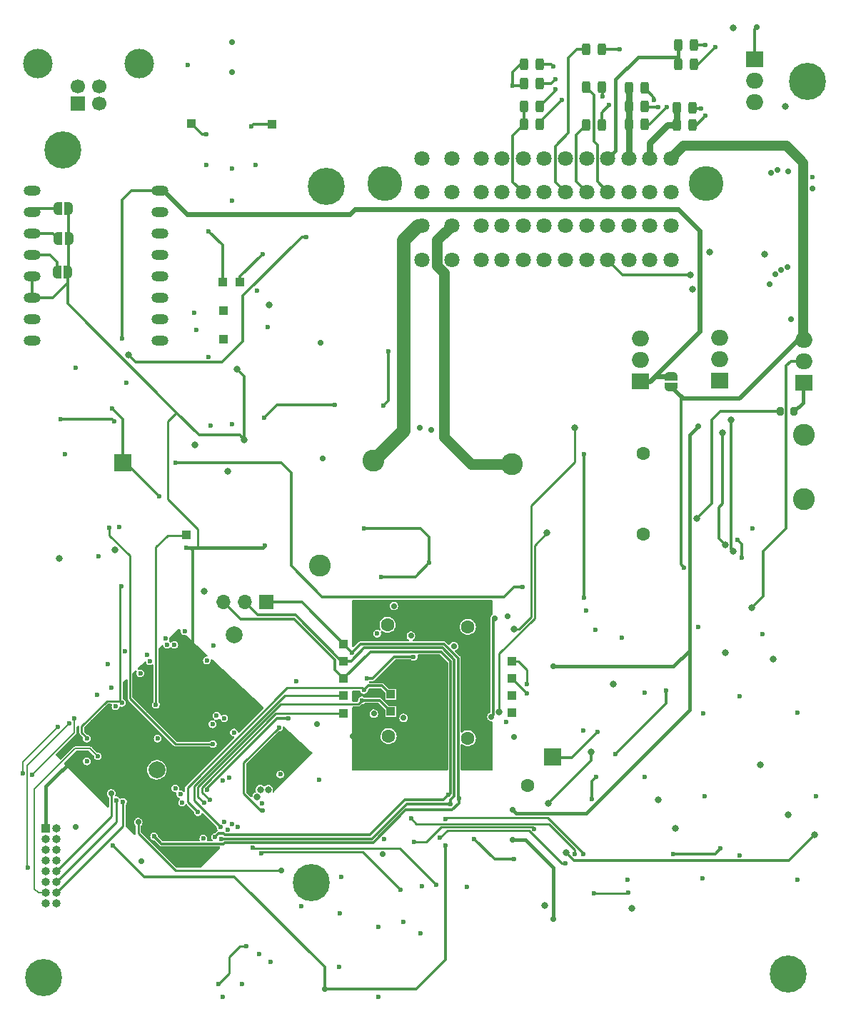
<source format=gbl>
%TF.GenerationSoftware,KiCad,Pcbnew,(6.0.7)*%
%TF.CreationDate,2022-09-29T18:44:06-03:00*%
%TF.ProjectId,uEFI_rev3,75454649-5f72-4657-9633-2e6b69636164,v3.0*%
%TF.SameCoordinates,Original*%
%TF.FileFunction,Copper,L4,Bot*%
%TF.FilePolarity,Positive*%
%FSLAX46Y46*%
G04 Gerber Fmt 4.6, Leading zero omitted, Abs format (unit mm)*
G04 Created by KiCad (PCBNEW (6.0.7)) date 2022-09-29 18:44:06*
%MOMM*%
%LPD*%
G01*
G04 APERTURE LIST*
G04 Aperture macros list*
%AMRoundRect*
0 Rectangle with rounded corners*
0 $1 Rounding radius*
0 $2 $3 $4 $5 $6 $7 $8 $9 X,Y pos of 4 corners*
0 Add a 4 corners polygon primitive as box body*
4,1,4,$2,$3,$4,$5,$6,$7,$8,$9,$2,$3,0*
0 Add four circle primitives for the rounded corners*
1,1,$1+$1,$2,$3*
1,1,$1+$1,$4,$5*
1,1,$1+$1,$6,$7*
1,1,$1+$1,$8,$9*
0 Add four rect primitives between the rounded corners*
20,1,$1+$1,$2,$3,$4,$5,0*
20,1,$1+$1,$4,$5,$6,$7,0*
20,1,$1+$1,$6,$7,$8,$9,0*
20,1,$1+$1,$8,$9,$2,$3,0*%
%AMFreePoly0*
4,1,22,0.500000,-0.750000,0.000000,-0.750000,0.000000,-0.745033,-0.079941,-0.743568,-0.215256,-0.701293,-0.333266,-0.622738,-0.424486,-0.514219,-0.481581,-0.384460,-0.499164,-0.250000,-0.500000,-0.250000,-0.500000,0.250000,-0.499164,0.250000,-0.499963,0.256109,-0.478152,0.396186,-0.417904,0.524511,-0.324060,0.630769,-0.204165,0.706417,-0.067858,0.745374,0.000000,0.744959,0.000000,0.750000,
0.500000,0.750000,0.500000,-0.750000,0.500000,-0.750000,$1*%
%AMFreePoly1*
4,1,20,0.000000,0.744959,0.073905,0.744508,0.209726,0.703889,0.328688,0.626782,0.421226,0.519385,0.479903,0.390333,0.500000,0.250000,0.500000,-0.250000,0.499851,-0.262216,0.476331,-0.402017,0.414519,-0.529596,0.319384,-0.634700,0.198574,-0.708877,0.061801,-0.746166,0.000000,-0.745033,0.000000,-0.750000,-0.500000,-0.750000,-0.500000,0.750000,0.000000,0.750000,0.000000,0.744959,
0.000000,0.744959,$1*%
G04 Aperture macros list end*
%TA.AperFunction,ComponentPad*%
%ADD10C,0.700000*%
%TD*%
%TA.AperFunction,ComponentPad*%
%ADD11C,4.400000*%
%TD*%
%TA.AperFunction,ComponentPad*%
%ADD12R,2.000000X1.905000*%
%TD*%
%TA.AperFunction,ComponentPad*%
%ADD13O,2.000000X1.905000*%
%TD*%
%TA.AperFunction,ComponentPad*%
%ADD14R,1.700000X1.700000*%
%TD*%
%TA.AperFunction,ComponentPad*%
%ADD15O,1.700000X1.700000*%
%TD*%
%TA.AperFunction,ComponentPad*%
%ADD16O,2.000000X1.200000*%
%TD*%
%TA.AperFunction,ComponentPad*%
%ADD17R,1.000000X1.000000*%
%TD*%
%TA.AperFunction,ComponentPad*%
%ADD18O,1.000000X1.000000*%
%TD*%
%TA.AperFunction,ComponentPad*%
%ADD19C,1.700000*%
%TD*%
%TA.AperFunction,ComponentPad*%
%ADD20C,3.500000*%
%TD*%
%TA.AperFunction,ComponentPad*%
%ADD21C,1.800000*%
%TD*%
%TA.AperFunction,ComponentPad*%
%ADD22C,4.125000*%
%TD*%
%TA.AperFunction,SMDPad,CuDef*%
%ADD23C,2.000000*%
%TD*%
%TA.AperFunction,SMDPad,CuDef*%
%ADD24RoundRect,0.243750X0.243750X0.456250X-0.243750X0.456250X-0.243750X-0.456250X0.243750X-0.456250X0*%
%TD*%
%TA.AperFunction,SMDPad,CuDef*%
%ADD25R,1.000000X1.000000*%
%TD*%
%TA.AperFunction,SMDPad,CuDef*%
%ADD26R,2.000000X2.000000*%
%TD*%
%TA.AperFunction,SMDPad,CuDef*%
%ADD27FreePoly0,180.000000*%
%TD*%
%TA.AperFunction,SMDPad,CuDef*%
%ADD28FreePoly1,180.000000*%
%TD*%
%TA.AperFunction,SMDPad,CuDef*%
%ADD29RoundRect,0.200000X0.200000X0.275000X-0.200000X0.275000X-0.200000X-0.275000X0.200000X-0.275000X0*%
%TD*%
%TA.AperFunction,SMDPad,CuDef*%
%ADD30FreePoly0,90.000000*%
%TD*%
%TA.AperFunction,SMDPad,CuDef*%
%ADD31FreePoly1,90.000000*%
%TD*%
%TA.AperFunction,ViaPad*%
%ADD32C,0.600000*%
%TD*%
%TA.AperFunction,ViaPad*%
%ADD33C,2.600000*%
%TD*%
%TA.AperFunction,ViaPad*%
%ADD34C,0.800000*%
%TD*%
%TA.AperFunction,ViaPad*%
%ADD35C,0.700000*%
%TD*%
%TA.AperFunction,ViaPad*%
%ADD36C,1.600000*%
%TD*%
%TA.AperFunction,Conductor*%
%ADD37C,0.350000*%
%TD*%
%TA.AperFunction,Conductor*%
%ADD38C,0.300000*%
%TD*%
%TA.AperFunction,Conductor*%
%ADD39C,0.250000*%
%TD*%
%TA.AperFunction,Conductor*%
%ADD40C,0.400000*%
%TD*%
%TA.AperFunction,Conductor*%
%ADD41C,0.200000*%
%TD*%
%TA.AperFunction,Conductor*%
%ADD42C,1.600000*%
%TD*%
%TA.AperFunction,Conductor*%
%ADD43C,1.300000*%
%TD*%
%TA.AperFunction,Conductor*%
%ADD44C,0.500000*%
%TD*%
%TA.AperFunction,Conductor*%
%ADD45C,1.200000*%
%TD*%
%TA.AperFunction,Conductor*%
%ADD46C,0.600000*%
%TD*%
%TA.AperFunction,Conductor*%
%ADD47C,0.450000*%
%TD*%
%TA.AperFunction,Conductor*%
%ADD48C,0.800000*%
%TD*%
G04 APERTURE END LIST*
D10*
%TO.P,H9,1*%
%TO.N,N/C*%
X62500000Y-61550000D03*
X61333274Y-58733274D03*
D11*
X62500000Y-59900000D03*
D10*
X62500000Y-58250000D03*
X64150000Y-59900000D03*
X63666726Y-58733274D03*
X60850000Y-59900000D03*
X63666726Y-61066726D03*
X61333274Y-61066726D03*
%TD*%
D11*
%TO.P,H10,1*%
%TO.N,N/C*%
X91900000Y-146800000D03*
%TD*%
D12*
%TO.P,U5,1,IN*%
%TO.N,+12V*%
X130993000Y-87376000D03*
D13*
%TO.P,U5,2,GND*%
%TO.N,GND*%
X130993000Y-84836000D03*
%TO.P,U5,3,OUT*%
%TO.N,+5V*%
X130993000Y-82296000D03*
%TD*%
D14*
%TO.P,J5,1,Pin_1*%
%TO.N,/SPI2_SCK*%
X86614000Y-113538000D03*
D15*
%TO.P,J5,2,Pin_2*%
%TO.N,/SPI2_MOSI*%
X84074000Y-113538000D03*
%TO.P,J5,3,Pin_3*%
%TO.N,/SPI2_MISO*%
X81534000Y-113538000D03*
%TD*%
D12*
%TO.P,Q7,1,G*%
%TO.N,Net-(Q7-Pad1)*%
X140314800Y-87249000D03*
D13*
%TO.P,Q7,2,D*%
%TO.N,Net-(D4-Pad1)*%
X140314800Y-84709000D03*
%TO.P,Q7,3,S*%
%TO.N,Net-(Q7-Pad3)*%
X140314800Y-82169000D03*
%TD*%
D10*
%TO.P,H1,1*%
%TO.N,N/C*%
X59007548Y-156845000D03*
X61341000Y-156845000D03*
X59007548Y-159178452D03*
X61824274Y-158011726D03*
D11*
X60174274Y-158011726D03*
D10*
X60174274Y-159661726D03*
X60174274Y-156361726D03*
X58524274Y-158011726D03*
X61341000Y-159178452D03*
%TD*%
D16*
%TO.P,U23,1,ENABLE*%
%TO.N,/MTR_ENABLE*%
X58800000Y-64710000D03*
%TO.P,U23,2,M0*%
%TO.N,Net-(JP2-Pad2)*%
X58800000Y-67250000D03*
%TO.P,U23,3,M1*%
%TO.N,Net-(JP1-Pad2)*%
X58800000Y-69790000D03*
%TO.P,U23,4,M2*%
%TO.N,Net-(JP3-Pad2)*%
X58800000Y-72330000D03*
%TO.P,U23,5,RESET*%
%TO.N,+3V3*%
X58800000Y-74870000D03*
%TO.P,U23,6,SLEEP*%
X58800000Y-77410000D03*
%TO.P,U23,7,STEP*%
%TO.N,/MTR_STEP*%
X58800000Y-79950000D03*
%TO.P,U23,8,DIR*%
%TO.N,/MTR_DIR*%
X58800000Y-82490000D03*
%TO.P,U23,9,GND*%
%TO.N,GND*%
X74000000Y-82490000D03*
%TO.P,U23,10,FAULT*%
%TO.N,/MTR_FAULT*%
X74000000Y-79950000D03*
%TO.P,U23,11,A2*%
%TO.N,H4*%
X74000000Y-77410000D03*
%TO.P,U23,12,A1*%
%TO.N,G4*%
X74000000Y-74870000D03*
%TO.P,U23,13,B1*%
%TO.N,F4*%
X74000000Y-72330000D03*
%TO.P,U23,14,B2*%
%TO.N,E4*%
X74000000Y-69790000D03*
%TO.P,U23,15,GND*%
%TO.N,GND*%
X74000000Y-67250000D03*
%TO.P,U23,16,VMOT*%
%TO.N,+12V*%
X74000000Y-64710000D03*
%TD*%
D10*
%TO.P,H4,1*%
%TO.N,N/C*%
X149629726Y-156440274D03*
X146813000Y-157607000D03*
D11*
X148463000Y-157607000D03*
D10*
X148463000Y-159257000D03*
X147296274Y-158773726D03*
X149629726Y-158773726D03*
X150113000Y-157607000D03*
X148463000Y-155957000D03*
X147296274Y-156440274D03*
%TD*%
D17*
%TO.P,J4,1,Pin_1*%
%TO.N,+3V3*%
X60430000Y-140350000D03*
D18*
%TO.P,J4,2,Pin_2*%
%TO.N,+5V*%
X61700000Y-140350000D03*
%TO.P,J4,3,Pin_3*%
%TO.N,/AUX_CS_1*%
X60430000Y-141620000D03*
%TO.P,J4,4,Pin_4*%
%TO.N,/SPI2_SCK*%
X61700000Y-141620000D03*
%TO.P,J4,5,Pin_5*%
%TO.N,/AUX_CS_2*%
X60430000Y-142890000D03*
%TO.P,J4,6,Pin_6*%
%TO.N,/SPI2_MISO*%
X61700000Y-142890000D03*
%TO.P,J4,7,Pin_7*%
%TO.N,/AUX_IN_1*%
X60430000Y-144160000D03*
%TO.P,J4,8,Pin_8*%
%TO.N,/SPI2_MOSI*%
X61700000Y-144160000D03*
%TO.P,J4,9,Pin_9*%
%TO.N,/AUX_IN_2*%
X60430000Y-145430000D03*
%TO.P,J4,10,Pin_10*%
%TO.N,/AUX_OUT_1*%
X61700000Y-145430000D03*
%TO.P,J4,11,Pin_11*%
%TO.N,/AUX_IN_3*%
X60430000Y-146700000D03*
%TO.P,J4,12,Pin_12*%
%TO.N,/AUX_OUT_2*%
X61700000Y-146700000D03*
%TO.P,J4,13,Pin_13*%
%TO.N,/AUX_IN_4*%
X60430000Y-147970000D03*
%TO.P,J4,14,Pin_14*%
%TO.N,/AUX_OUT_3*%
X61700000Y-147970000D03*
%TO.P,J4,15,Pin_15*%
%TO.N,GND*%
X60430000Y-149240000D03*
%TO.P,J4,16,Pin_16*%
X61700000Y-149240000D03*
%TD*%
D12*
%TO.P,Q10,1,G*%
%TO.N,Net-(Q10-Pad1)*%
X144526000Y-49149000D03*
D13*
%TO.P,Q10,2,D*%
%TO.N,+5VA*%
X144526000Y-51689000D03*
%TO.P,Q10,3,S*%
%TO.N,+5V*%
X144526000Y-54229000D03*
%TD*%
D12*
%TO.P,Q6,1,G*%
%TO.N,Net-(Q6-Pad1)*%
X150317200Y-87477600D03*
D13*
%TO.P,Q6,2,D*%
%TO.N,Net-(D4-Pad1)*%
X150317200Y-84937600D03*
%TO.P,Q6,3,S*%
%TO.N,+12VA*%
X150317200Y-82397600D03*
%TD*%
D10*
%TO.P,H3,1*%
%TO.N,N/C*%
X92559274Y-65428726D03*
X95376000Y-64262000D03*
X94892726Y-65428726D03*
X92076000Y-64262000D03*
D11*
X93726000Y-64262000D03*
D10*
X93726000Y-62612000D03*
X93726000Y-65912000D03*
X92559274Y-63095274D03*
X94892726Y-63095274D03*
%TD*%
D14*
%TO.P,J1,1,VBUS*%
%TO.N,/VBUS*%
X64240000Y-54377500D03*
D19*
%TO.P,J1,2,D-*%
%TO.N,/USB_D-*%
X66740000Y-54377500D03*
%TO.P,J1,3,D+*%
%TO.N,/USB_D+*%
X66740000Y-52377500D03*
%TO.P,J1,4,GND*%
%TO.N,GND*%
X64240000Y-52377500D03*
D20*
%TO.P,J1,5,Shield*%
X71510000Y-49667500D03*
X59470000Y-49667500D03*
%TD*%
D21*
%TO.P,J3,A1,A1*%
%TO.N,A1*%
X134565000Y-72910000D03*
%TO.P,J3,A2,A2*%
%TO.N,+5VA*%
X134565000Y-68910000D03*
%TO.P,J3,A3,A3*%
%TO.N,GND*%
X134565000Y-64910000D03*
%TO.P,J3,A4,A4*%
%TO.N,+12VA*%
X134565000Y-60910000D03*
%TO.P,J3,B1,B1*%
%TO.N,B1*%
X132065000Y-72910000D03*
%TO.P,J3,B2,B2*%
%TO.N,+5VA*%
X132065000Y-68910000D03*
%TO.P,J3,B3,B3*%
%TO.N,GND*%
X132065000Y-64910000D03*
%TO.P,J3,B4,B4*%
%TO.N,B4*%
X132065000Y-60910000D03*
%TO.P,J3,C1,C1*%
%TO.N,C1*%
X129565000Y-72910000D03*
%TO.P,J3,C2,C2*%
%TO.N,+5VA*%
X129565000Y-68910000D03*
%TO.P,J3,C3,C3*%
%TO.N,GND*%
X129565000Y-64910000D03*
%TO.P,J3,C4,C4*%
%TO.N,C4*%
X129565000Y-60910000D03*
%TO.P,J3,D1,D1*%
%TO.N,D1*%
X127065000Y-72910000D03*
%TO.P,J3,D2,D2*%
%TO.N,+5VA*%
X127065000Y-68910000D03*
%TO.P,J3,D3,D3*%
%TO.N,D3*%
X127065000Y-64910000D03*
%TO.P,J3,D4,D4*%
%TO.N,D4*%
X127065000Y-60910000D03*
%TO.P,J3,E1,E1*%
%TO.N,E1*%
X124565000Y-72910000D03*
%TO.P,J3,E2,E2*%
%TO.N,+5VA*%
X124565000Y-68910000D03*
%TO.P,J3,E3,E3*%
%TO.N,E3*%
X124565000Y-64910000D03*
%TO.P,J3,E4,E4*%
%TO.N,E4*%
X124565000Y-60910000D03*
%TO.P,J3,F1,F1*%
%TO.N,F1*%
X122065000Y-72910000D03*
%TO.P,J3,F2,F2*%
%TO.N,+5VA*%
X122065000Y-68910000D03*
%TO.P,J3,F3,F3*%
%TO.N,F3*%
X122065000Y-64910000D03*
%TO.P,J3,F4,F4*%
%TO.N,F4*%
X122065000Y-60910000D03*
%TO.P,J3,G1,G1*%
%TO.N,G1*%
X119565000Y-72910000D03*
%TO.P,J3,G2,G2*%
%TO.N,GND*%
X119565000Y-68910000D03*
%TO.P,J3,G3,G3*%
%TO.N,G3*%
X119565000Y-64910000D03*
%TO.P,J3,G4,G4*%
%TO.N,G4*%
X119565000Y-60910000D03*
%TO.P,J3,H1,H1*%
%TO.N,H1*%
X117065000Y-72910000D03*
%TO.P,J3,H2,H2*%
%TO.N,GND*%
X117065000Y-68910000D03*
%TO.P,J3,H3,H3*%
%TO.N,H3*%
X117065000Y-64910000D03*
%TO.P,J3,H4,H4*%
%TO.N,H4*%
X117065000Y-60910000D03*
%TO.P,J3,J1,J1*%
%TO.N,J1*%
X114565000Y-72910000D03*
%TO.P,J3,J2,J2*%
%TO.N,CAN+*%
X114565000Y-68910000D03*
%TO.P,J3,J3,J3*%
%TO.N,CMP-*%
X114565000Y-64910000D03*
%TO.P,J3,J4,J4*%
%TO.N,CKP-*%
X114565000Y-60910000D03*
%TO.P,J3,K1,K1*%
%TO.N,K1*%
X112065000Y-72910000D03*
%TO.P,J3,K2,K2*%
%TO.N,CAN-*%
X112065000Y-68910000D03*
%TO.P,J3,K3,K3*%
%TO.N,CMP+*%
X112065000Y-64910000D03*
%TO.P,J3,K4,K4*%
%TO.N,CKP+*%
X112065000Y-60910000D03*
%TO.P,J3,L1,L1*%
%TO.N,L1*%
X108565000Y-72910000D03*
%TO.P,J3,L2,L2*%
%TO.N,L2*%
X108565000Y-68910000D03*
%TO.P,J3,L3,L3*%
%TO.N,L3*%
X108565000Y-64910000D03*
%TO.P,J3,L4,L4*%
%TO.N,L4*%
X108565000Y-60910000D03*
%TO.P,J3,M1,M1*%
%TO.N,M1*%
X105065000Y-72910000D03*
%TO.P,J3,M2,M2*%
%TO.N,M2*%
X105065000Y-68910000D03*
%TO.P,J3,M3,M3*%
%TO.N,M3*%
X105065000Y-64910000D03*
%TO.P,J3,M4,M4*%
%TO.N,M4*%
X105065000Y-60910000D03*
D22*
%TO.P,J3,MH1,MH1*%
%TO.N,GND*%
X138765000Y-63910000D03*
%TO.P,J3,MH2,MH2*%
X100665000Y-63910000D03*
%TD*%
D23*
%TO.P,TP2,1,1*%
%TO.N,Net-(TP2-Pad1)*%
X73600000Y-133400000D03*
%TD*%
D24*
%TO.P,F14,1*%
%TO.N,/PWM/Relays/CHECK_ENGINE*%
X126362700Y-56946800D03*
%TO.P,F14,2*%
%TO.N,E3*%
X124487700Y-56946800D03*
%TD*%
D10*
%TO.P,H2,1*%
%TO.N,N/C*%
X151915726Y-50649274D03*
X150749000Y-53466000D03*
X152399000Y-51816000D03*
X151915726Y-52982726D03*
D11*
X150749000Y-51816000D03*
D10*
X149582274Y-52982726D03*
X150749000Y-50166000D03*
X149099000Y-51816000D03*
X149582274Y-50649274D03*
%TD*%
D25*
%TO.P,TP23,1,1*%
%TO.N,/INY4*%
X95758000Y-126746000D03*
%TD*%
D24*
%TO.P,F12,1*%
%TO.N,/PWM/Relays/R3_OUT*%
X126413500Y-48006000D03*
%TO.P,F12,2*%
%TO.N,F3*%
X124538500Y-48006000D03*
%TD*%
%TO.P,F1,1*%
%TO.N,Net-(F1-Pad1)*%
X119045200Y-54737000D03*
%TO.P,F1,2*%
%TO.N,H3*%
X117170200Y-54737000D03*
%TD*%
D25*
%TO.P,TP5,1,1*%
%TO.N,/CKP/CMP_sensors/IN1-*%
X81390000Y-75568400D03*
%TD*%
%TO.P,TP29,1,1*%
%TO.N,/SPI2_MOSI*%
X95758000Y-120523000D03*
%TD*%
%TO.P,TP28,1,1*%
%TO.N,/SPI2_SCK*%
X95758000Y-118491000D03*
%TD*%
%TO.P,TP20,1,1*%
%TO.N,/INY1*%
X101346000Y-124460000D03*
%TD*%
%TO.P,TP7,1,1*%
%TO.N,/CMP*%
X81540000Y-78968400D03*
%TD*%
D26*
%TO.P,TP19,1,1*%
%TO.N,/Sensores/CH7*%
X120548400Y-131876800D03*
%TD*%
D25*
%TO.P,TP9,1,1*%
%TO.N,/MEMORY_CS*%
X77089000Y-105537000D03*
%TD*%
D27*
%TO.P,JP3,1,A*%
%TO.N,+3V3*%
X63040000Y-74428400D03*
D28*
%TO.P,JP3,2,B*%
%TO.N,Net-(JP3-Pad2)*%
X61740000Y-74428400D03*
%TD*%
D24*
%TO.P,F7,1*%
%TO.N,Net-(F7-Pad1)*%
X131442700Y-54711600D03*
%TO.P,F7,2*%
%TO.N,C4*%
X129567700Y-54711600D03*
%TD*%
D27*
%TO.P,JP2,1,A*%
%TO.N,+3V3*%
X63140000Y-66828400D03*
D28*
%TO.P,JP2,2,B*%
%TO.N,Net-(JP2-Pad2)*%
X61840000Y-66828400D03*
%TD*%
D29*
%TO.P,R18,1*%
%TO.N,Net-(Q6-Pad1)*%
X149161000Y-90932000D03*
%TO.P,R18,2*%
%TO.N,Net-(Q5-Pad3)*%
X147511000Y-90932000D03*
%TD*%
D24*
%TO.P,F3,1*%
%TO.N,Net-(F3-Pad1)*%
X119047500Y-56896000D03*
%TO.P,F3,2*%
%TO.N,H3*%
X117172500Y-56896000D03*
%TD*%
%TO.P,F11,1*%
%TO.N,Net-(F11-Pad1)*%
X137132300Y-56946800D03*
%TO.P,F11,2*%
%TO.N,B4*%
X135257300Y-56946800D03*
%TD*%
D26*
%TO.P,TP18,1,1*%
%TO.N,/Sensores/CH6*%
X69596000Y-97028000D03*
%TD*%
D25*
%TO.P,TP3,1,1*%
%TO.N,/CKP/CMP_sensors/IN2-*%
X87249000Y-56896000D03*
%TD*%
%TO.P,TP6,1,1*%
%TO.N,/CKP/CMP_sensors/IN2+*%
X77724000Y-56769000D03*
%TD*%
D23*
%TO.P,TP1,1,1*%
%TO.N,Net-(R2-Pad1)*%
X82800000Y-117400000D03*
%TD*%
D30*
%TO.P,JP4,1,1*%
%TO.N,+12VA*%
X134620000Y-88026000D03*
D31*
%TO.P,JP4,2,2*%
%TO.N,+12V*%
X134620000Y-86726000D03*
%TD*%
D24*
%TO.P,F8,1*%
%TO.N,Net-(F8-Pad1)*%
X131442700Y-52578000D03*
%TO.P,F8,2*%
%TO.N,C4*%
X129567700Y-52578000D03*
%TD*%
D25*
%TO.P,TP24,1,1*%
%TO.N,/ECN1*%
X115697000Y-120523000D03*
%TD*%
%TO.P,TP25,1,1*%
%TO.N,/ECN2*%
X115697000Y-122555000D03*
%TD*%
D27*
%TO.P,JP1,1,A*%
%TO.N,+3V3*%
X63190000Y-70428400D03*
D28*
%TO.P,JP1,2,B*%
%TO.N,Net-(JP1-Pad2)*%
X61890000Y-70428400D03*
%TD*%
D24*
%TO.P,F10,1*%
%TO.N,Net-(F10-Pad1)*%
X137132300Y-54914800D03*
%TO.P,F10,2*%
%TO.N,B4*%
X135257300Y-54914800D03*
%TD*%
D25*
%TO.P,TP27,1,1*%
%TO.N,/ECN4*%
X115697000Y-126619000D03*
%TD*%
D24*
%TO.P,F4,1*%
%TO.N,Net-(F4-Pad1)*%
X137335500Y-49784000D03*
%TO.P,F4,2*%
%TO.N,D4*%
X135460500Y-49784000D03*
%TD*%
D25*
%TO.P,TP26,1,1*%
%TO.N,/ECN3*%
X115697000Y-124587000D03*
%TD*%
D24*
%TO.P,F5,1*%
%TO.N,Net-(F5-Pad1)*%
X131442700Y-56896000D03*
%TO.P,F5,2*%
%TO.N,C4*%
X129567700Y-56896000D03*
%TD*%
%TO.P,F6,1*%
%TO.N,Net-(F6-Pad1)*%
X119047500Y-49784000D03*
%TO.P,F6,2*%
%TO.N,G3*%
X117172500Y-49784000D03*
%TD*%
D25*
%TO.P,TP4,1,1*%
%TO.N,/CKP/CMP_sensors/IN1+*%
X83465000Y-75568400D03*
%TD*%
D24*
%TO.P,F9,1*%
%TO.N,Net-(F9-Pad1)*%
X119047500Y-52070000D03*
%TO.P,F9,2*%
%TO.N,G3*%
X117172500Y-52070000D03*
%TD*%
D25*
%TO.P,TP22,1,1*%
%TO.N,/INY3*%
X101346000Y-126492000D03*
%TD*%
D24*
%TO.P,F13,1*%
%TO.N,/PWM/Relays/MIL_OUT*%
X126362700Y-52425600D03*
%TO.P,F13,2*%
%TO.N,D3*%
X124487700Y-52425600D03*
%TD*%
D25*
%TO.P,TP21,1,1*%
%TO.N,/INY2*%
X95758000Y-124587000D03*
%TD*%
%TO.P,TP8,1,1*%
%TO.N,/CKP/CMP_sensors/CKP_VR*%
X81540000Y-82368400D03*
%TD*%
%TO.P,TP30,1,1*%
%TO.N,/SPI2_MISO*%
X95758000Y-122555000D03*
%TD*%
D24*
%TO.P,F2,1*%
%TO.N,Net-(F2-Pad1)*%
X137335500Y-47498000D03*
%TO.P,F2,2*%
%TO.N,D4*%
X135460500Y-47498000D03*
%TD*%
D32*
%TO.N,GND*%
X145450000Y-117350000D03*
X67818000Y-120904000D03*
X64000000Y-85750000D03*
D33*
X92964000Y-109220000D03*
D32*
X86360000Y-91694000D03*
X82499200Y-62128400D03*
X110363000Y-147320000D03*
D34*
X68650000Y-107300000D03*
D35*
X92600000Y-128000000D03*
D32*
X62750000Y-96000000D03*
X95250000Y-156750000D03*
X80300000Y-118700000D03*
D36*
X107315000Y-121412000D03*
X104267000Y-124333000D03*
D34*
X78105000Y-94869000D03*
D32*
X92850000Y-134550000D03*
D33*
X150368000Y-93726000D03*
D36*
X107315000Y-124333000D03*
D32*
X66548000Y-124550000D03*
D34*
X129921000Y-149860000D03*
D35*
X82550000Y-50673000D03*
D32*
X65300000Y-132400000D03*
X144250000Y-104750000D03*
X78250000Y-81250000D03*
D35*
X71794998Y-144205002D03*
D32*
X78000000Y-79250000D03*
D35*
X115214400Y-115214400D03*
X97500000Y-117000000D03*
D32*
X70000000Y-87500000D03*
X88250000Y-133950000D03*
D35*
X82550000Y-47117000D03*
D32*
X69850000Y-119380000D03*
D34*
X119634000Y-149479000D03*
D32*
X137800000Y-116500000D03*
X71650000Y-121950000D03*
X128750000Y-117750000D03*
D34*
X79248000Y-112268000D03*
D32*
X79535500Y-120427825D03*
X86741000Y-80899000D03*
X124500000Y-114500000D03*
D35*
X148844000Y-80010000D03*
D32*
X100600000Y-141600000D03*
D35*
X151398500Y-64516000D03*
X96799400Y-129463800D03*
D33*
X150368000Y-101346000D03*
D32*
X82499200Y-65938400D03*
D35*
X115951000Y-129514600D03*
D32*
X94742000Y-90170000D03*
X87100000Y-156200000D03*
X85471000Y-76581000D03*
D36*
X104140000Y-121412000D03*
D32*
X68199000Y-123698000D03*
D36*
X131318000Y-95852000D03*
D32*
X99850000Y-160350000D03*
X105029000Y-147193000D03*
%TO.N,/INY3*%
X97917000Y-125163100D03*
X79189500Y-137287000D03*
%TO.N,/INY4*%
X95758000Y-126746000D03*
X79862247Y-136952085D03*
%TO.N,/INY2*%
X81153000Y-140208000D03*
X95758000Y-124587000D03*
%TO.N,/INY1*%
X78486000Y-138430000D03*
X98171000Y-123952000D03*
D35*
%TO.N,+5V*%
X93500000Y-159400000D03*
D32*
X68400000Y-142400000D03*
X107856500Y-142367000D03*
D34*
X86893400Y-78282800D03*
X82042000Y-98044000D03*
D32*
%TO.N,+3V3*%
X66050000Y-127750000D03*
X104063800Y-119995540D03*
D36*
X131292600Y-105460800D03*
D32*
X68800000Y-132000000D03*
D34*
X84000000Y-94250000D03*
D36*
X77900000Y-124200000D03*
D32*
X75901569Y-123698431D03*
D35*
X100400000Y-143350000D03*
D34*
X83108800Y-85877400D03*
D32*
X71850000Y-128750000D03*
X72650000Y-126350000D03*
X75500000Y-143000000D03*
D36*
X90297000Y-131191000D03*
D34*
X62000000Y-108350000D03*
D32*
X98500000Y-122572300D03*
X77089000Y-107061000D03*
X86404000Y-106807000D03*
%TO.N,/NRST*%
X83700000Y-158800000D03*
X69469000Y-125476000D03*
X65300000Y-129700000D03*
X69429000Y-111643600D03*
D34*
%TO.N,/USB_D+*%
X86824104Y-135751402D03*
%TO.N,/USB_D-*%
X85872633Y-135743739D03*
D32*
%TO.N,/SYS_SWO*%
X86100000Y-137400000D03*
X80201569Y-127998431D03*
%TO.N,/SYS_SWCLK*%
X86192352Y-138207648D03*
X80900000Y-158823500D03*
X88096235Y-128396235D03*
X84200000Y-154323500D03*
%TO.N,/SYS_SWDIO*%
X81400000Y-160300000D03*
X85707648Y-155207648D03*
%TO.N,Net-(R2-Pad1)*%
X82800000Y-117400000D03*
%TO.N,Net-(TP2-Pad1)*%
X73200000Y-133700000D03*
%TO.N,/ECN2*%
X82550000Y-139827000D03*
X117475000Y-124333000D03*
%TO.N,/ECN3*%
X83197754Y-140208011D03*
X115697000Y-124587000D03*
%TO.N,/ECN4*%
X115697000Y-126619000D03*
X81997567Y-140518480D03*
D35*
%TO.N,/RPM_OUT*%
X88400000Y-145300000D03*
X71400000Y-139600000D03*
%TO.N,/AUX_CS_2*%
X64000000Y-140199989D03*
%TO.N,/Sheet5FA9324A/FB0*%
X103734179Y-117509665D03*
X104775000Y-92837000D03*
%TO.N,/Sheet5FA9324A/FB1*%
X102870000Y-127254000D03*
X101714500Y-113971980D03*
%TO.N,/Sheet5FA9324A/FB2*%
X106172000Y-93082500D03*
X108839000Y-118745000D03*
D32*
%TO.N,/AUX_IN_1*%
X58800000Y-134000000D03*
X63800000Y-127300000D03*
%TO.N,/AUX_IN_2*%
X63248500Y-127900000D03*
X58300000Y-145000000D03*
%TO.N,/AUX_IN_3*%
X61900000Y-128300000D03*
X57696989Y-133800000D03*
%TO.N,/AUX_IN_4*%
X66600000Y-131800000D03*
%TO.N,/LED_CAN_RX*%
X102857648Y-151442352D03*
X81600000Y-127300000D03*
%TO.N,/LED_CAN_TX*%
X104900000Y-152800000D03*
X80700000Y-127000000D03*
D34*
%TO.N,/VBUS*%
X85497897Y-136623500D03*
D35*
%TO.N,/Sheet5FA9324A/FB3*%
X113665000Y-115443000D03*
X113284000Y-127127000D03*
D32*
%TO.N,/R_LMB*%
X76903500Y-116967000D03*
X151348500Y-63100000D03*
%TO.N,GNDA*%
X134000000Y-124000000D03*
X140462000Y-142748000D03*
X134874000Y-143383000D03*
X125476000Y-148082000D03*
X128000000Y-131500000D03*
X129540000Y-147955000D03*
D35*
%TO.N,/Sheet5FA9324A/GD1*%
X99339400Y-126746000D03*
X93250000Y-96500000D03*
D32*
%TO.N,/ECN1*%
X117475000Y-123282300D03*
X81603902Y-139606798D03*
%TO.N,/Sheet5FA9324A/GD0*%
X99750000Y-117250000D03*
D35*
X93000000Y-82750000D03*
D34*
%TO.N,/Sheet5FA9324A/GD2*%
X115976400Y-116713000D03*
X123190000Y-92837000D03*
D32*
%TO.N,/MEMORY_CS*%
X73492352Y-125707648D03*
X77000000Y-105600000D03*
D34*
%TO.N,/Sheet5FA9324A/GD3*%
X114222989Y-126559288D03*
X119888000Y-105283000D03*
D32*
%TO.N,/MIL_OUT*%
X81407675Y-134657675D03*
X106700000Y-147000000D03*
D35*
X148370738Y-73773870D03*
D32*
X85000000Y-142624520D03*
%TO.N,/CHK_OUT*%
X102500000Y-147600000D03*
X82169000Y-134366000D03*
X86000000Y-143276500D03*
D35*
X147603918Y-74144065D03*
D32*
%TO.N,/PMIC_ENABLE*%
X89250000Y-127322500D03*
X79576500Y-135750000D03*
%TO.N,/PMIC_SPARK*%
X79121316Y-141561662D03*
X115062000Y-127762000D03*
%TO.N,/SPI2_MISO*%
X80518000Y-141351000D03*
X95758000Y-122555000D03*
X108178842Y-136372842D03*
%TO.N,/SPI2_SCK*%
X73279000Y-141300000D03*
X109444562Y-136752438D03*
X96750000Y-119500000D03*
%TO.N,/SPI2_MOSI*%
X108458000Y-137475853D03*
X81280000Y-141571500D03*
X95758000Y-120523000D03*
%TO.N,Net-(C22-Pad2)*%
X124250000Y-96000000D03*
X124250000Y-113000000D03*
%TO.N,/Sensores/CH7*%
X125857000Y-128905000D03*
D34*
X120523000Y-131953000D03*
D32*
%TO.N,M1*%
X101092000Y-83820000D03*
X100500000Y-90250000D03*
%TO.N,M2*%
X100250000Y-110500000D03*
D33*
X99314000Y-96774000D03*
D32*
X105918000Y-108839000D03*
X98171000Y-104775000D03*
D33*
%TO.N,L2*%
X115697000Y-97155000D03*
D32*
%TO.N,CMP-*%
X79502000Y-61722000D03*
%TO.N,CMP+*%
X85344000Y-61722000D03*
%TO.N,CKP+*%
X77300000Y-49800000D03*
X66700000Y-108100000D03*
%TO.N,G3*%
X115824000Y-52324000D03*
D36*
%TO.N,L4*%
X110490000Y-116459000D03*
%TO.N,L3*%
X110490000Y-129667000D03*
D32*
%TO.N,+12VA*%
X124206000Y-128778000D03*
X136102500Y-109400000D03*
D35*
%TO.N,+12V*%
X120650000Y-151130000D03*
X115824000Y-141732000D03*
D34*
X148144220Y-54766280D03*
D35*
X120650000Y-121158000D03*
D34*
X145677500Y-72263000D03*
D35*
X137795000Y-92710000D03*
D32*
X69500000Y-82250000D03*
D35*
X115824000Y-138176000D03*
D32*
%TO.N,Net-(R97-Pad1)*%
X68580000Y-92075000D03*
X62230000Y-91821000D03*
D35*
%TO.N,/AUX_OUT_1*%
X68200000Y-136200000D03*
D32*
%TO.N,/AUX_OUT_2*%
X68776500Y-137000000D03*
%TO.N,/AUX_OUT_3*%
X69600000Y-137200000D03*
D34*
%TO.N,Net-(C33-Pad1)*%
X141000000Y-106750000D03*
X140716000Y-93472000D03*
%TO.N,Net-(D4-Pad1)*%
X144181431Y-114181431D03*
%TO.N,Net-(Q7-Pad3)*%
X142000000Y-107500000D03*
X141732000Y-91948000D03*
D32*
%TO.N,Net-(R22-Pad2)*%
X142500000Y-106123500D03*
X143000000Y-108250000D03*
D34*
%TO.N,Net-(C51-Pad1)*%
X120015000Y-137414000D03*
X125095000Y-131318000D03*
D32*
%TO.N,+5VA*%
X91300000Y-70200000D03*
D34*
X70281800Y-84251800D03*
D32*
%TO.N,/CKP*%
X68000000Y-104700000D03*
X80250000Y-130350000D03*
%TO.N,/CMP*%
X82748457Y-128966188D03*
X81540000Y-78968400D03*
%TO.N,/CKP/CMP_sensors/IN1+*%
X86156800Y-72237600D03*
%TO.N,/CKP/CMP_sensors/IN1-*%
X79756000Y-69545200D03*
%TO.N,/CKP/CMP_sensors/IN2-*%
X84836000Y-57150000D03*
%TO.N,/CKP/CMP_sensors/IN2+*%
X79502000Y-58039000D03*
%TO.N,/R_ECN_INY*%
X75691720Y-118585582D03*
D35*
X148500000Y-62450000D03*
%TO.N,/R_GNC_GLP*%
X147250000Y-62300000D03*
D32*
X74847710Y-118578942D03*
D35*
%TO.N,/R_AAC*%
X146450000Y-62600000D03*
D32*
X74642500Y-117856000D03*
D35*
%TO.N,/TIM9_CH1*%
X146287511Y-75819000D03*
D32*
X72416408Y-119735805D03*
%TO.N,/TIM9_CH2*%
X72771000Y-120523000D03*
D35*
X146939011Y-74676000D03*
D32*
%TO.N,/LED0*%
X90700000Y-149600000D03*
X76600000Y-137300000D03*
%TO.N,/LED1*%
X76400000Y-136300000D03*
X95300000Y-150400000D03*
%TO.N,/LED2*%
X99900000Y-152000000D03*
X75800000Y-135600000D03*
D36*
%TO.N,M4*%
X100965000Y-116205000D03*
%TO.N,M3*%
X101092000Y-129413000D03*
D32*
%TO.N,CAN+*%
X80010000Y-92583000D03*
%TO.N,CAN-*%
X82550000Y-92456000D03*
D34*
%TO.N,Net-(Q5-Pad3)*%
X137668000Y-103632000D03*
D35*
%TO.N,Net-(Q10-Pad1)*%
X144780000Y-45339000D03*
D32*
%TO.N,5V_ENABLE*%
X68707000Y-125857000D03*
D34*
X141986000Y-45466000D03*
%TO.N,F1*%
X135128000Y-140335000D03*
%TO.N,E1*%
X145161000Y-132842000D03*
%TO.N,D1*%
X136883569Y-74698431D03*
X133096000Y-136919000D03*
%TO.N,C1*%
X146685000Y-120269000D03*
%TO.N,B1*%
X141011069Y-119548069D03*
%TO.N,A1*%
X137107736Y-76446970D03*
X127750000Y-123250000D03*
%TO.N,G1*%
X139200000Y-72000000D03*
X148500000Y-138750000D03*
D32*
%TO.N,Net-(F1-Pad1)*%
X120904000Y-52705000D03*
%TO.N,Net-(F2-Pad1)*%
X138684000Y-47498000D03*
%TO.N,Net-(F3-Pad1)*%
X121666000Y-53975000D03*
%TO.N,Net-(F4-Pad1)*%
X139827000Y-47752000D03*
%TO.N,Net-(F5-Pad1)*%
X134112000Y-54864000D03*
%TO.N,Net-(F6-Pad1)*%
X120650000Y-50038000D03*
%TO.N,Net-(F7-Pad1)*%
X133096000Y-54864000D03*
%TO.N,Net-(F8-Pad1)*%
X132588000Y-53966500D03*
%TO.N,Net-(F9-Pad1)*%
X120904000Y-51562000D03*
%TO.N,Net-(F10-Pad1)*%
X138176000Y-54991000D03*
%TO.N,Net-(F11-Pad1)*%
X138684000Y-55880000D03*
%TO.N,/PWM/Relays/R3_OUT*%
X128524000Y-48006000D03*
%TO.N,/PWM/Relays/MIL_OUT*%
X126492000Y-53594000D03*
%TO.N,/PWM/Relays/CHECK_ENGINE*%
X127254000Y-54610000D03*
D34*
%TO.N,Net-(JP10-Pad2)*%
X122174000Y-143256000D03*
X151638000Y-141097000D03*
D32*
%TO.N,/Sensores/CH6*%
X117000000Y-111750000D03*
X73853600Y-100960800D03*
X75819000Y-97028000D03*
X68326000Y-90551000D03*
%TO.N,/ADC_CS*%
X95500000Y-146100000D03*
X73700000Y-129700000D03*
%TO.N,Net-(C39-Pad1)*%
X111238000Y-141580000D03*
X115951000Y-144018000D03*
D36*
%TO.N,+5C*%
X117602000Y-135255000D03*
D32*
X131500000Y-124250000D03*
X125730000Y-134239000D03*
X138303000Y-146304000D03*
X142748000Y-143543500D03*
X129413000Y-146431000D03*
X131445000Y-134239000D03*
X149606000Y-146431000D03*
X149606000Y-126619000D03*
X138430000Y-126746000D03*
X125222000Y-136906000D03*
X151765000Y-136525000D03*
X142748000Y-124714000D03*
X138557000Y-136525000D03*
%TO.N,/Sensores/CS*%
X104140000Y-141986000D03*
X118364000Y-140426989D03*
%TO.N,/Sensores/DIN*%
X107188000Y-141478000D03*
X122047000Y-144526000D03*
%TO.N,/Sensores/DOUT*%
X123190000Y-143383000D03*
X103759000Y-139192000D03*
%TO.N,/Sensores/CLK*%
X107856500Y-139229980D03*
X124159902Y-143429098D03*
%TO.N,/ACC_DET*%
X125600000Y-116800000D03*
X90150000Y-122900000D03*
%TO.N,/CKP/CMP_sensors/CKP_VR*%
X81540000Y-82368400D03*
X69150000Y-104650000D03*
X79693000Y-84455000D03*
%TD*%
D37*
%TO.N,GND*%
X87884000Y-90170000D02*
X86360000Y-91694000D01*
X94742000Y-90170000D02*
X87884000Y-90170000D01*
D38*
%TO.N,/INY3*%
X100017100Y-125163100D02*
X101346000Y-126492000D01*
D39*
X88305918Y-125603000D02*
X78500000Y-135408918D01*
X97917000Y-125163100D02*
X97477100Y-125603000D01*
X97477100Y-125603000D02*
X88305918Y-125603000D01*
X78500000Y-136597500D02*
X79189500Y-137287000D01*
D38*
X97917000Y-125163100D02*
X100017100Y-125163100D01*
D39*
X78500000Y-135408918D02*
X78500000Y-136597500D01*
%TO.N,/INY4*%
X79862247Y-136952085D02*
X79000000Y-136089838D01*
X79000000Y-136089838D02*
X79000000Y-135476754D01*
X79000000Y-135476754D02*
X87730754Y-126746000D01*
X87730754Y-126746000D02*
X95758000Y-126746000D01*
%TO.N,/INY2*%
X81153000Y-140208000D02*
X78000000Y-137055000D01*
X88754083Y-124587000D02*
X95758000Y-124587000D01*
X78000000Y-135341083D02*
X88754083Y-124587000D01*
X78000000Y-137055000D02*
X78000000Y-135341083D01*
%TO.N,/INY1*%
X78486000Y-138430000D02*
X77250000Y-137194000D01*
X77250000Y-137194000D02*
X77250000Y-135523248D01*
X77250000Y-135523248D02*
X89075248Y-123698000D01*
D38*
X98679000Y-123444000D02*
X100330000Y-123444000D01*
X100330000Y-123444000D02*
X101346000Y-124460000D01*
D39*
X97917000Y-123698000D02*
X98171000Y-123952000D01*
D38*
X98171000Y-123952000D02*
X98679000Y-123444000D01*
D39*
X89075248Y-123698000D02*
X97917000Y-123698000D01*
D38*
%TO.N,+5V*%
X82800000Y-146100000D02*
X93500000Y-156800000D01*
X93500000Y-159400000D02*
X93500000Y-156800000D01*
X72100000Y-146100000D02*
X82800000Y-146100000D01*
X107856500Y-142367000D02*
X107856500Y-155943500D01*
X104400000Y-159400000D02*
X93500000Y-159400000D01*
X72100000Y-146100000D02*
X68400000Y-142400000D01*
X104400000Y-159400000D02*
X107856500Y-155943500D01*
D37*
%TO.N,+3V3*%
X75943500Y-91056500D02*
X63040000Y-78153000D01*
X78613000Y-93726000D02*
X75943500Y-91056500D01*
D39*
X78500000Y-104900000D02*
X74900000Y-101300000D01*
D38*
X84000000Y-86768600D02*
X84000000Y-94250000D01*
D39*
X77089000Y-107061000D02*
X77150000Y-107000000D01*
D38*
X77900000Y-107400000D02*
X77900000Y-119300000D01*
D37*
X63140000Y-74328400D02*
X63040000Y-74428400D01*
X63040000Y-75644000D02*
X63040000Y-74428400D01*
D40*
X60430000Y-140350000D02*
X60430000Y-135370000D01*
D37*
X61274000Y-77410000D02*
X63040000Y-75644000D01*
D39*
X74900000Y-101300000D02*
X74900000Y-92100000D01*
D37*
X58800000Y-77410000D02*
X61274000Y-77410000D01*
X63140000Y-66828400D02*
X63140000Y-74328400D01*
D40*
X77089000Y-107061000D02*
X86150000Y-107061000D01*
D38*
X77561000Y-107061000D02*
X77900000Y-107400000D01*
X98500000Y-122572300D02*
X99187000Y-122572300D01*
D39*
X78500000Y-107000000D02*
X78500000Y-104900000D01*
D38*
X83108800Y-85877400D02*
X84000000Y-86768600D01*
X99187000Y-122572300D02*
X101763760Y-119995540D01*
D40*
X60430000Y-135370000D02*
X64300000Y-131500000D01*
D38*
X77089000Y-107061000D02*
X77561000Y-107061000D01*
D39*
X74900000Y-92100000D02*
X75943500Y-91056500D01*
D40*
X86150000Y-107061000D02*
X86404000Y-106807000D01*
D37*
X58800000Y-74870000D02*
X58800000Y-77410000D01*
X83476000Y-93726000D02*
X78613000Y-93726000D01*
X84000000Y-94250000D02*
X83476000Y-93726000D01*
D38*
X101763760Y-119995540D02*
X104063800Y-119995540D01*
D37*
X63040000Y-78153000D02*
X63040000Y-75644000D01*
D39*
X77150000Y-107000000D02*
X78500000Y-107000000D01*
%TO.N,/NRST*%
X67669511Y-125280489D02*
X69273489Y-125280489D01*
X64700000Y-128250000D02*
X67669511Y-125280489D01*
X69273489Y-125280489D02*
X69469000Y-125476000D01*
X69273489Y-125280489D02*
X69273489Y-111799111D01*
X65300000Y-129601711D02*
X64700000Y-129001711D01*
X69273489Y-111799111D02*
X69429000Y-111643600D01*
X65300000Y-129700000D02*
X65300000Y-129601711D01*
X64700000Y-129001711D02*
X64700000Y-128250000D01*
%TO.N,/SYS_SWCLK*%
X82200000Y-155600000D02*
X83476500Y-154323500D01*
X80900000Y-158823500D02*
X82200000Y-157523500D01*
X83476500Y-154323500D02*
X84200000Y-154323500D01*
X86192352Y-138207648D02*
X85942916Y-138207648D01*
X85942916Y-138207648D02*
X83900000Y-136164732D01*
X83900000Y-132592470D02*
X88096235Y-128396235D01*
X83900000Y-136164732D02*
X83900000Y-132592470D01*
X82200000Y-157523500D02*
X82200000Y-155600000D01*
%TO.N,/ECN2*%
X117475000Y-124333000D02*
X115697000Y-122555000D01*
%TO.N,/RPM_OUT*%
X71400000Y-139600000D02*
X71400000Y-140900000D01*
X71400000Y-140900000D02*
X75800000Y-145300000D01*
X75800000Y-145300000D02*
X88400000Y-145300000D01*
D41*
%TO.N,/AUX_IN_1*%
X63800000Y-129000000D02*
X63800000Y-127300000D01*
X58800000Y-134000000D02*
X63800000Y-129000000D01*
%TO.N,/AUX_IN_2*%
X58248489Y-132900011D02*
X58248489Y-144948489D01*
X63248500Y-127900000D02*
X58248489Y-132900011D01*
X58248489Y-144948489D02*
X58300000Y-145000000D01*
%TO.N,/AUX_IN_3*%
X57696989Y-132503011D02*
X61900000Y-128300000D01*
X57696989Y-133800000D02*
X57696989Y-132503011D01*
%TO.N,/AUX_IN_4*%
X59570000Y-147970000D02*
X60430000Y-147970000D01*
X66600000Y-131800000D02*
X65698489Y-130898489D01*
X59100000Y-147500000D02*
X59570000Y-147970000D01*
X65698489Y-130898489D02*
X63901511Y-130898489D01*
X59100000Y-135700000D02*
X59100000Y-147500000D01*
X63901511Y-130898489D02*
X59100000Y-135700000D01*
D37*
%TO.N,/Sheet5FA9324A/FB3*%
X113665000Y-115443000D02*
X113496489Y-115611511D01*
X113496489Y-115611511D02*
X113496489Y-126914511D01*
X113496489Y-126914511D02*
X113284000Y-127127000D01*
%TO.N,GNDA*%
X128000000Y-131500000D02*
X134000000Y-125500000D01*
D38*
X139827000Y-143383000D02*
X140462000Y-142748000D01*
D39*
X129540000Y-147955000D02*
X129413000Y-148082000D01*
D38*
X134874000Y-143383000D02*
X139827000Y-143383000D01*
D37*
X134000000Y-125500000D02*
X134000000Y-124000000D01*
D39*
X129413000Y-148082000D02*
X125476000Y-148082000D01*
%TO.N,/ECN1*%
X116459000Y-120523000D02*
X115697000Y-120523000D01*
X117475000Y-121539000D02*
X116459000Y-120523000D01*
X117475000Y-123282300D02*
X117475000Y-121539000D01*
%TO.N,/Sheet5FA9324A/GD2*%
X117983000Y-115249164D02*
X117983000Y-102108000D01*
X115976400Y-116713000D02*
X116519164Y-116713000D01*
X117983000Y-102108000D02*
X123190000Y-96901000D01*
X116519164Y-116713000D02*
X117983000Y-115249164D01*
X123190000Y-96901000D02*
X123190000Y-92837000D01*
%TO.N,/MEMORY_CS*%
X74900000Y-105600000D02*
X77000000Y-105600000D01*
X73492352Y-107007648D02*
X74900000Y-105600000D01*
X73492352Y-125707648D02*
X73492352Y-107007648D01*
%TO.N,/Sheet5FA9324A/GD3*%
X118384520Y-106786480D02*
X119888000Y-105283000D01*
X114222989Y-126559288D02*
X114222989Y-119577011D01*
X118384520Y-115415480D02*
X118384520Y-106786480D01*
X114222989Y-119577011D02*
X118384520Y-115415480D01*
%TO.N,/MIL_OUT*%
X102400000Y-142700000D02*
X106700000Y-147000000D01*
X85075480Y-142700000D02*
X102400000Y-142700000D01*
X85000000Y-142624520D02*
X85075480Y-142700000D01*
%TO.N,/CHK_OUT*%
X86174980Y-143101520D02*
X86000000Y-143276500D01*
X86174980Y-143101520D02*
X98001520Y-143101520D01*
X102500000Y-147600000D02*
X98001520Y-143101520D01*
D38*
%TO.N,/PMIC_ENABLE*%
X79576500Y-135638184D02*
X87892184Y-127322500D01*
X79576500Y-135750000D02*
X79576500Y-135638184D01*
X87892184Y-127322500D02*
X89250000Y-127322500D01*
%TO.N,/SPI2_MISO*%
X80899011Y-140969989D02*
X81529155Y-140969989D01*
X103053465Y-136972989D02*
X107578695Y-136972989D01*
X80518000Y-141351000D02*
X80899011Y-140969989D01*
X83566000Y-115570000D02*
X89912454Y-115570000D01*
X98906474Y-141119980D02*
X103053465Y-136972989D01*
X108178842Y-136372842D02*
X108229158Y-136372842D01*
X81534000Y-113538000D02*
X83566000Y-115570000D01*
X107578695Y-136972989D02*
X108178842Y-136372842D01*
X89912454Y-115570000D02*
X94742000Y-120399546D01*
X81679146Y-141119980D02*
X98906474Y-141119980D01*
X108443960Y-120548429D02*
X107289571Y-119394040D01*
X108443960Y-136158040D02*
X108443960Y-120548429D01*
X81529155Y-140969989D02*
X81679146Y-141119980D01*
X108229158Y-136372842D02*
X108443960Y-136158040D01*
X98918960Y-119394040D02*
X95758000Y-122555000D01*
X94742000Y-121539000D02*
X95758000Y-122555000D01*
X107289571Y-119394040D02*
X98918960Y-119394040D01*
X94742000Y-120399546D02*
X94742000Y-121539000D01*
%TO.N,/SPI2_SCK*%
X96750000Y-119483000D02*
X90805000Y-113538000D01*
X109347000Y-120174377D02*
X109347000Y-136654876D01*
X74152011Y-142173011D02*
X81529155Y-142173011D01*
X103127546Y-138176000D02*
X108608519Y-138176000D01*
X96750000Y-119500000D02*
X96750000Y-119483000D01*
X90805000Y-113538000D02*
X86614000Y-113538000D01*
X81679146Y-142023020D02*
X99280526Y-142023020D01*
X107663623Y-118491000D02*
X109347000Y-120174377D01*
X73279000Y-141300000D02*
X74152011Y-142173011D01*
X96750000Y-119500000D02*
X97759000Y-118491000D01*
X97759000Y-118491000D02*
X107663623Y-118491000D01*
X109347000Y-136654876D02*
X109444562Y-136752438D01*
X99280526Y-142023020D02*
X103127546Y-138176000D01*
X108608519Y-138176000D02*
X109444562Y-137339957D01*
X109444562Y-137339957D02*
X109444562Y-136752438D01*
X81529155Y-142173011D02*
X81679146Y-142023020D01*
%TO.N,/SPI2_MOSI*%
X96647000Y-120523000D02*
X95758000Y-120523000D01*
X95758000Y-120523000D02*
X95504000Y-120523000D01*
X95504000Y-120523000D02*
X90043000Y-115062000D01*
X108458000Y-137475853D02*
X108458000Y-136944334D01*
X103240491Y-137424509D02*
X108406656Y-137424509D01*
X98227480Y-118942520D02*
X96647000Y-120523000D01*
X108458000Y-136944334D02*
X108895480Y-136506854D01*
X90043000Y-115062000D02*
X85598000Y-115062000D01*
X108895480Y-136506854D02*
X108895480Y-120361403D01*
X85598000Y-115062000D02*
X84074000Y-113538000D01*
X107476597Y-118942520D02*
X98227480Y-118942520D01*
X108895480Y-120361403D02*
X107476597Y-118942520D01*
X99093500Y-141571500D02*
X103240491Y-137424509D01*
X81280000Y-141571500D02*
X99093500Y-141571500D01*
X108406656Y-137424509D02*
X108458000Y-137475853D01*
D37*
%TO.N,Net-(C22-Pad2)*%
X124250000Y-113000000D02*
X124250000Y-96000000D01*
D38*
%TO.N,/Sensores/CH7*%
X120523000Y-131953000D02*
X122809000Y-131953000D01*
X122809000Y-131953000D02*
X125857000Y-128905000D01*
D37*
%TO.N,M1*%
X100500000Y-90250000D02*
X101092000Y-89658000D01*
X101092000Y-89658000D02*
X101092000Y-83820000D01*
%TO.N,M2*%
X100250000Y-110500000D02*
X104257000Y-110500000D01*
X104257000Y-110500000D02*
X105918000Y-108839000D01*
X104902000Y-104775000D02*
X105918000Y-105791000D01*
D42*
X102870000Y-93218000D02*
X102870000Y-70612000D01*
D37*
X105918000Y-105791000D02*
X105918000Y-108839000D01*
D42*
X104572000Y-68910000D02*
X105065000Y-68910000D01*
X102870000Y-70612000D02*
X104572000Y-68910000D01*
X99314000Y-96774000D02*
X102870000Y-93218000D01*
D37*
X98171000Y-104775000D02*
X104902000Y-104775000D01*
D43*
%TO.N,L2*%
X107696000Y-93980000D02*
X107696000Y-74447301D01*
X110871000Y-97155000D02*
X107696000Y-93980000D01*
X115697000Y-97155000D02*
X110871000Y-97155000D01*
X106863489Y-70611511D02*
X108565000Y-68910000D01*
X106863489Y-73614790D02*
X106863489Y-70611511D01*
X107696000Y-74447301D02*
X106863489Y-73614790D01*
D37*
%TO.N,H3*%
X115838489Y-63683489D02*
X115838489Y-58230011D01*
X115838489Y-58230011D02*
X117172500Y-56896000D01*
X117170200Y-56893700D02*
X117170200Y-54737000D01*
X117065000Y-64910000D02*
X115838489Y-63683489D01*
%TO.N,G3*%
X115824000Y-52324000D02*
X115824000Y-50673000D01*
X116713000Y-49784000D02*
X117172500Y-49784000D01*
X115824000Y-50673000D02*
X116713000Y-49784000D01*
X116918500Y-52324000D02*
X117172500Y-52070000D01*
X115824000Y-52324000D02*
X116918500Y-52324000D01*
%TO.N,F3*%
X120838489Y-59501511D02*
X120838489Y-63683489D01*
X122428000Y-49022000D02*
X122428000Y-57912000D01*
X123444000Y-48006000D02*
X122428000Y-49022000D01*
X120838489Y-63683489D02*
X122065000Y-64910000D01*
X124538500Y-48006000D02*
X123444000Y-48006000D01*
X122428000Y-57912000D02*
X120838489Y-59501511D01*
%TO.N,+12VA*%
X134620000Y-88026000D02*
X135750000Y-89156000D01*
D44*
X134620000Y-88026000D02*
X136002000Y-89408000D01*
X136002000Y-89408000D02*
X142748000Y-89408000D01*
D37*
X135750000Y-89156000D02*
X135750000Y-109047500D01*
D45*
X134565000Y-60910000D02*
X136039000Y-59436000D01*
D37*
X135750000Y-109047500D02*
X136102500Y-109400000D01*
D44*
X149860000Y-82296000D02*
X150297000Y-82296000D01*
X142748000Y-89408000D02*
X149860000Y-82296000D01*
D45*
X150297000Y-61397000D02*
X150297000Y-82296000D01*
X136039000Y-59436000D02*
X148336000Y-59436000D01*
X148336000Y-59436000D02*
X150297000Y-61397000D01*
D46*
%TO.N,+12V*%
X132674000Y-86726000D02*
X132024000Y-87376000D01*
D47*
X120650000Y-151130000D02*
X120650000Y-145034000D01*
D46*
X135400000Y-66900000D02*
X137959736Y-69459736D01*
D47*
X120650000Y-145034000D02*
X117348000Y-141732000D01*
D46*
X137959736Y-81440264D02*
X132024000Y-87376000D01*
D47*
X124531263Y-138553469D02*
X136779000Y-126305732D01*
D37*
X69500000Y-65800000D02*
X70590000Y-64710000D01*
D47*
X134874000Y-121158000D02*
X120650000Y-121158000D01*
X117348000Y-141732000D02*
X115824000Y-141732000D01*
D46*
X74000000Y-64710000D02*
X74410000Y-64710000D01*
X96500000Y-67500000D02*
X97100000Y-66900000D01*
X134620000Y-86726000D02*
X132674000Y-86726000D01*
X132024000Y-87376000D02*
X130993000Y-87376000D01*
D47*
X136779000Y-119253000D02*
X136779000Y-93726000D01*
X116201469Y-138553469D02*
X124531263Y-138553469D01*
D37*
X74000000Y-64710000D02*
X74100000Y-64610000D01*
D47*
X136779000Y-93726000D02*
X137795000Y-92710000D01*
X136779000Y-119253000D02*
X134874000Y-121158000D01*
X115824000Y-138176000D02*
X116201469Y-138553469D01*
D46*
X97100000Y-66900000D02*
X135400000Y-66900000D01*
D37*
X69500000Y-82250000D02*
X69500000Y-65800000D01*
D46*
X74410000Y-64710000D02*
X77200000Y-67500000D01*
D47*
X136779000Y-126305732D02*
X136779000Y-119253000D01*
D44*
X131017000Y-87400000D02*
X132100000Y-87400000D01*
X132100000Y-87400000D02*
X132700000Y-86800000D01*
X130993000Y-87376000D02*
X131017000Y-87400000D01*
D46*
X77200000Y-67500000D02*
X96500000Y-67500000D01*
D37*
X70590000Y-64710000D02*
X74000000Y-64710000D01*
D46*
X137959736Y-69459736D02*
X137959736Y-81440264D01*
D37*
%TO.N,Net-(R97-Pad1)*%
X68326000Y-91821000D02*
X68580000Y-92075000D01*
X62230000Y-91821000D02*
X68326000Y-91821000D01*
D39*
%TO.N,/AUX_OUT_1*%
X68200000Y-138930000D02*
X68200000Y-136200000D01*
X61700000Y-145430000D02*
X68200000Y-138930000D01*
%TO.N,/AUX_OUT_2*%
X68776500Y-139623500D02*
X68776500Y-137000000D01*
X61700000Y-146700000D02*
X68776500Y-139623500D01*
%TO.N,/AUX_OUT_3*%
X69600000Y-140100000D02*
X69600000Y-137200000D01*
X69570000Y-140100000D02*
X69600000Y-140100000D01*
X61700000Y-147970000D02*
X69570000Y-140100000D01*
D37*
%TO.N,Net-(C33-Pad1)*%
X141000000Y-106750000D02*
X140250000Y-106000000D01*
X140250000Y-106000000D02*
X140250000Y-102320000D01*
X140716000Y-101854000D02*
X140716000Y-93472000D01*
X140250000Y-102320000D02*
X140716000Y-101854000D01*
%TO.N,Net-(D4-Pad1)*%
X145500000Y-107484000D02*
X148237511Y-104746489D01*
X148237511Y-104746489D02*
X148237511Y-85518689D01*
X145500000Y-112862862D02*
X145500000Y-107484000D01*
X144181431Y-114181431D02*
X145500000Y-112862862D01*
D38*
X150317200Y-84937600D02*
X148818600Y-84937600D01*
X148818600Y-84937600D02*
X148237511Y-85518689D01*
D47*
%TO.N,Net-(Q6-Pad1)*%
X149161000Y-90932000D02*
X150241000Y-89852000D01*
X150241000Y-89852000D02*
X150241000Y-87432000D01*
D37*
%TO.N,Net-(Q7-Pad3)*%
X141732000Y-107232000D02*
X141732000Y-91948000D01*
X142000000Y-107500000D02*
X141732000Y-107232000D01*
%TO.N,Net-(R22-Pad2)*%
X143000000Y-106623500D02*
X143000000Y-108250000D01*
X142500000Y-106123500D02*
X143000000Y-106623500D01*
D38*
%TO.N,Net-(C51-Pad1)*%
X125095000Y-132334000D02*
X120015000Y-137414000D01*
X125095000Y-131318000D02*
X125095000Y-132334000D01*
D37*
%TO.N,+5VA*%
X81318000Y-85082000D02*
X71112000Y-85082000D01*
X91300000Y-70200000D02*
X90800000Y-70200000D01*
X83800000Y-77200000D02*
X83800000Y-82600000D01*
X90800000Y-70200000D02*
X83800000Y-77200000D01*
X83800000Y-82600000D02*
X81318000Y-85082000D01*
X71112000Y-85082000D02*
X70281800Y-84251800D01*
D39*
%TO.N,/CKP*%
X70427000Y-124943002D02*
X70427000Y-108027000D01*
X68000000Y-105600000D02*
X68000000Y-104700000D01*
X70427000Y-108027000D02*
X68000000Y-105600000D01*
X80250000Y-130350000D02*
X75833998Y-130350000D01*
X75833998Y-130350000D02*
X70427000Y-124943002D01*
D38*
%TO.N,/CKP/CMP_sensors/IN1+*%
X83465000Y-75568400D02*
X83465000Y-74929400D01*
X83465000Y-74929400D02*
X86156800Y-72237600D01*
%TO.N,/CKP/CMP_sensors/IN1-*%
X81390000Y-71179200D02*
X79756000Y-69545200D01*
X81390000Y-75568400D02*
X81390000Y-71179200D01*
%TO.N,/CKP/CMP_sensors/IN2-*%
X85090000Y-56896000D02*
X87249000Y-56896000D01*
X84836000Y-57150000D02*
X85090000Y-56896000D01*
%TO.N,/CKP/CMP_sensors/IN2+*%
X79502000Y-58039000D02*
X78994000Y-58039000D01*
X78994000Y-58039000D02*
X77724000Y-56769000D01*
D37*
%TO.N,Net-(JP1-Pad2)*%
X61251600Y-69790000D02*
X58800000Y-69790000D01*
X61890000Y-70428400D02*
X61251600Y-69790000D01*
%TO.N,Net-(JP2-Pad2)*%
X59221600Y-66828400D02*
X58800000Y-67250000D01*
X61840000Y-66828400D02*
X59221600Y-66828400D01*
%TO.N,Net-(JP3-Pad2)*%
X61740000Y-73170000D02*
X60900000Y-72330000D01*
X61740000Y-74428400D02*
X61740000Y-73170000D01*
X60900000Y-72330000D02*
X58800000Y-72330000D01*
%TO.N,Net-(Q5-Pad3)*%
X139446000Y-91948000D02*
X140462000Y-90932000D01*
X139446000Y-101854000D02*
X139446000Y-91948000D01*
X137668000Y-103632000D02*
X139446000Y-101854000D01*
X140462000Y-90932000D02*
X147511000Y-90932000D01*
%TO.N,Net-(Q10-Pad1)*%
X144780000Y-45339000D02*
X144526000Y-45593000D01*
X144526000Y-45593000D02*
X144526000Y-49149000D01*
D47*
%TO.N,D4*%
X127065000Y-60910000D02*
X128016000Y-59959000D01*
X128016000Y-51562000D02*
X130683000Y-48895000D01*
X135460500Y-49784000D02*
X135460500Y-47498000D01*
X128016000Y-59959000D02*
X128016000Y-51562000D01*
X130683000Y-48895000D02*
X135460500Y-48895000D01*
D38*
%TO.N,D1*%
X127065000Y-72910000D02*
X128853431Y-74698431D01*
X128853431Y-74698431D02*
X136883569Y-74698431D01*
D37*
%TO.N,E3*%
X123291511Y-63636511D02*
X124565000Y-64910000D01*
X124487700Y-56946800D02*
X123291511Y-58142989D01*
X123291511Y-58142989D02*
X123291511Y-63636511D01*
%TO.N,D3*%
X125425200Y-53363100D02*
X125425200Y-58877200D01*
X125425200Y-58877200D02*
X125831600Y-59283600D01*
X125831600Y-59283600D02*
X125831600Y-63676600D01*
X125831600Y-63676600D02*
X127065000Y-64910000D01*
X124487700Y-52425600D02*
X125425200Y-53363100D01*
D48*
%TO.N,C4*%
X129567700Y-52578000D02*
X129565000Y-52580700D01*
X129565000Y-52580700D02*
X129565000Y-60910000D01*
%TO.N,B4*%
X132065000Y-60910000D02*
X132065000Y-59044600D01*
X132065000Y-59044600D02*
X134162800Y-56946800D01*
X134162800Y-56946800D02*
X135257300Y-56946800D01*
X135257300Y-56946800D02*
X135257300Y-54914800D01*
D37*
%TO.N,Net-(F1-Pad1)*%
X120904000Y-52705000D02*
X120904000Y-52878200D01*
X120904000Y-52878200D02*
X119045200Y-54737000D01*
%TO.N,Net-(F2-Pad1)*%
X138684000Y-47498000D02*
X137335500Y-47498000D01*
%TO.N,Net-(F3-Pad1)*%
X121666000Y-53975000D02*
X119047500Y-56593500D01*
%TO.N,Net-(F4-Pad1)*%
X139827000Y-47752000D02*
X137795000Y-49784000D01*
X137795000Y-49784000D02*
X137335500Y-49784000D01*
%TO.N,Net-(F5-Pad1)*%
X134112000Y-54864000D02*
X132080000Y-56896000D01*
X132080000Y-56896000D02*
X131442700Y-56896000D01*
%TO.N,Net-(F6-Pad1)*%
X120396000Y-49784000D02*
X119047500Y-49784000D01*
X120650000Y-50038000D02*
X120396000Y-49784000D01*
%TO.N,Net-(F7-Pad1)*%
X133096000Y-54864000D02*
X131595100Y-54864000D01*
X131595100Y-54864000D02*
X131442700Y-54711600D01*
%TO.N,Net-(F8-Pad1)*%
X132588000Y-53723300D02*
X131442700Y-52578000D01*
X132588000Y-53966500D02*
X132588000Y-53723300D01*
%TO.N,Net-(F9-Pad1)*%
X120396000Y-52070000D02*
X119047500Y-52070000D01*
X120904000Y-51562000D02*
X120396000Y-52070000D01*
%TO.N,Net-(F10-Pad1)*%
X138176000Y-54991000D02*
X137208500Y-54991000D01*
X137208500Y-54991000D02*
X137132300Y-54914800D01*
%TO.N,Net-(F11-Pad1)*%
X137541000Y-57023000D02*
X137208500Y-57023000D01*
X138684000Y-55880000D02*
X137541000Y-57023000D01*
X137208500Y-57023000D02*
X137132300Y-56946800D01*
%TO.N,/PWM/Relays/R3_OUT*%
X128524000Y-48006000D02*
X126413500Y-48006000D01*
%TO.N,/PWM/Relays/MIL_OUT*%
X126492000Y-53594000D02*
X126492000Y-52554900D01*
X126492000Y-52554900D02*
X126362700Y-52425600D01*
%TO.N,/PWM/Relays/CHECK_ENGINE*%
X126362700Y-55501300D02*
X126362700Y-56946800D01*
X127254000Y-54610000D02*
X126362700Y-55501300D01*
D38*
%TO.N,Net-(JP10-Pad2)*%
X122174000Y-143256000D02*
X123063000Y-144145000D01*
X148590000Y-144145000D02*
X151638000Y-141097000D01*
X123063000Y-144145000D02*
X148590000Y-144145000D01*
D37*
%TO.N,/Sensores/CH6*%
X93218000Y-112903000D02*
X89535000Y-109220000D01*
X115961000Y-111750000D02*
X114808000Y-112903000D01*
X114808000Y-112903000D02*
X93218000Y-112903000D01*
X88392000Y-97028000D02*
X75819000Y-97028000D01*
D39*
X69596000Y-97028000D02*
X69920800Y-97028000D01*
D37*
X69596000Y-91821000D02*
X69596000Y-97028000D01*
X89535000Y-109220000D02*
X89535000Y-98171000D01*
X68326000Y-90551000D02*
X69596000Y-91821000D01*
D39*
X69920800Y-97028000D02*
X73853600Y-100960800D01*
D37*
X89535000Y-98171000D02*
X88392000Y-97028000D01*
X117000000Y-111750000D02*
X115961000Y-111750000D01*
D38*
%TO.N,Net-(C39-Pad1)*%
X115951000Y-144018000D02*
X113676000Y-144018000D01*
X113676000Y-144018000D02*
X111238000Y-141580000D01*
%TO.N,+5C*%
X125222000Y-136906000D02*
X125222000Y-134747000D01*
X125222000Y-134747000D02*
X125730000Y-134239000D01*
D39*
%TO.N,/Sensores/CS*%
X118145011Y-140208000D02*
X107315000Y-140208000D01*
X105537000Y-141986000D02*
X104140000Y-141986000D01*
X107315000Y-140208000D02*
X105537000Y-141986000D01*
X118364000Y-140426989D02*
X118145011Y-140208000D01*
%TO.N,/Sensores/DIN*%
X108056480Y-140609520D02*
X117731220Y-140609520D01*
X121647700Y-144526000D02*
X122047000Y-144526000D01*
X107188000Y-141478000D02*
X108056480Y-140609520D01*
X117731220Y-140609520D02*
X121647700Y-144526000D01*
%TO.N,/Sensores/DOUT*%
X120121480Y-139806480D02*
X104373480Y-139806480D01*
X104373480Y-139806480D02*
X103759000Y-139192000D01*
X123190000Y-143383000D02*
X123190000Y-142875000D01*
X123190000Y-142875000D02*
X120121480Y-139806480D01*
%TO.N,/Sensores/CLK*%
X107856500Y-139229980D02*
X108031491Y-139054989D01*
X119937825Y-139054989D02*
X124159902Y-143277066D01*
X108031491Y-139054989D02*
X119937825Y-139054989D01*
X124159902Y-143277066D02*
X124159902Y-143429098D01*
%TD*%
%TA.AperFunction,Conductor*%
%TO.N,GND*%
G36*
X101648871Y-113250502D02*
G01*
X101695364Y-113304158D01*
X101705468Y-113374432D01*
X101675974Y-113439012D01*
X101615374Y-113477649D01*
X101515835Y-113506097D01*
X101515833Y-113506098D01*
X101507204Y-113508564D01*
X101499617Y-113513351D01*
X101499615Y-113513352D01*
X101393064Y-113580581D01*
X101385471Y-113585372D01*
X101290188Y-113693259D01*
X101286374Y-113701382D01*
X101286373Y-113701384D01*
X101280398Y-113714111D01*
X101229016Y-113823553D01*
X101206871Y-113965778D01*
X101208035Y-113974680D01*
X101208035Y-113974683D01*
X101209931Y-113989181D01*
X101225534Y-114108502D01*
X101283505Y-114240251D01*
X101289283Y-114247124D01*
X101289283Y-114247125D01*
X101370345Y-114343561D01*
X101370348Y-114343563D01*
X101376123Y-114350434D01*
X101495944Y-114430193D01*
X101504511Y-114432869D01*
X101504514Y-114432871D01*
X101624765Y-114470440D01*
X101624766Y-114470440D01*
X101633334Y-114473117D01*
X101777248Y-114475754D01*
X101785911Y-114473392D01*
X101785913Y-114473392D01*
X101907455Y-114440256D01*
X101916119Y-114437894D01*
X102038781Y-114362579D01*
X102049774Y-114350434D01*
X102129347Y-114262524D01*
X102129348Y-114262522D01*
X102135375Y-114255864D01*
X102142940Y-114240251D01*
X102194221Y-114134407D01*
X102194222Y-114134405D01*
X102198135Y-114126328D01*
X102222015Y-113984383D01*
X102222167Y-113971980D01*
X102201761Y-113829495D01*
X102142185Y-113698464D01*
X102048228Y-113589421D01*
X102040697Y-113584540D01*
X102040694Y-113584537D01*
X101934973Y-113516012D01*
X101934971Y-113516011D01*
X101927442Y-113511131D01*
X101918845Y-113508560D01*
X101918843Y-113508559D01*
X101814041Y-113477217D01*
X101754507Y-113438536D01*
X101725337Y-113373808D01*
X101735792Y-113303586D01*
X101782553Y-113250163D01*
X101850143Y-113230500D01*
X113285000Y-113230500D01*
X113353121Y-113250502D01*
X113399614Y-113304158D01*
X113411000Y-113356500D01*
X113411000Y-114939568D01*
X113390998Y-115007689D01*
X113352233Y-115046131D01*
X113343567Y-115051599D01*
X113335971Y-115056392D01*
X113240688Y-115164279D01*
X113236874Y-115172402D01*
X113236873Y-115172404D01*
X113192657Y-115266583D01*
X113179516Y-115294573D01*
X113178135Y-115303442D01*
X113161307Y-115411521D01*
X113157371Y-115436798D01*
X113158535Y-115445700D01*
X113158535Y-115445703D01*
X113169503Y-115529578D01*
X113167447Y-115560757D01*
X113169017Y-115560894D01*
X113168056Y-115571876D01*
X113165202Y-115582527D01*
X113166163Y-115593512D01*
X113166163Y-115593514D01*
X113168509Y-115620322D01*
X113168989Y-115631305D01*
X113168989Y-126542175D01*
X113148987Y-126610296D01*
X113095331Y-126656789D01*
X113093506Y-126657462D01*
X113085332Y-126661118D01*
X113076704Y-126663584D01*
X113069117Y-126668371D01*
X113069115Y-126668372D01*
X112962564Y-126735601D01*
X112954971Y-126740392D01*
X112859688Y-126848279D01*
X112855874Y-126856402D01*
X112855873Y-126856404D01*
X112803221Y-126968551D01*
X112798516Y-126978573D01*
X112797135Y-126987442D01*
X112778742Y-127105573D01*
X112776371Y-127120798D01*
X112777535Y-127129700D01*
X112777535Y-127129703D01*
X112779470Y-127144500D01*
X112795034Y-127263522D01*
X112853005Y-127395271D01*
X112858783Y-127402144D01*
X112858783Y-127402145D01*
X112939845Y-127498581D01*
X112939848Y-127498583D01*
X112945623Y-127505454D01*
X113065444Y-127585213D01*
X113074011Y-127587889D01*
X113074014Y-127587891D01*
X113194265Y-127625460D01*
X113194266Y-127625460D01*
X113202834Y-127628137D01*
X113270760Y-127629382D01*
X113287309Y-127629685D01*
X113355051Y-127650932D01*
X113400553Y-127705430D01*
X113411000Y-127755664D01*
X113411000Y-133351000D01*
X113390998Y-133419121D01*
X113337342Y-133465614D01*
X113285000Y-133477000D01*
X109775500Y-133477000D01*
X109707379Y-133456998D01*
X109660886Y-133403342D01*
X109649500Y-133351000D01*
X109649500Y-130475179D01*
X109669502Y-130407058D01*
X109723158Y-130360565D01*
X109793432Y-130350461D01*
X109857162Y-130379224D01*
X109943765Y-130452929D01*
X110106822Y-130544059D01*
X110284475Y-130601782D01*
X110469956Y-130623899D01*
X110476091Y-130623427D01*
X110476093Y-130623427D01*
X110650057Y-130610041D01*
X110650060Y-130610040D01*
X110656200Y-130609568D01*
X110836114Y-130559336D01*
X111002845Y-130475114D01*
X111031241Y-130452929D01*
X111125576Y-130379225D01*
X111150041Y-130360111D01*
X111154067Y-130355447D01*
X111154070Y-130355444D01*
X111213104Y-130287053D01*
X111272097Y-130218709D01*
X111281627Y-130201934D01*
X111336061Y-130106111D01*
X111364363Y-130056291D01*
X111423324Y-129879046D01*
X111433568Y-129797957D01*
X111446294Y-129697227D01*
X111446295Y-129697217D01*
X111446736Y-129693724D01*
X111447109Y-129667000D01*
X111428881Y-129481097D01*
X111374891Y-129302274D01*
X111334919Y-129227097D01*
X111290090Y-129142786D01*
X111290088Y-129142783D01*
X111287196Y-129137344D01*
X111169137Y-128992588D01*
X111083482Y-128921728D01*
X111029959Y-128877450D01*
X111029956Y-128877448D01*
X111025209Y-128873521D01*
X110860895Y-128784676D01*
X110727429Y-128743362D01*
X110688340Y-128731262D01*
X110688337Y-128731261D01*
X110682453Y-128729440D01*
X110676328Y-128728796D01*
X110676327Y-128728796D01*
X110502810Y-128710558D01*
X110502809Y-128710558D01*
X110496682Y-128709914D01*
X110419382Y-128716949D01*
X110316795Y-128726285D01*
X110316792Y-128726286D01*
X110310656Y-128726844D01*
X110304750Y-128728582D01*
X110304746Y-128728583D01*
X110174029Y-128767056D01*
X110131461Y-128779584D01*
X110126004Y-128782437D01*
X110126001Y-128782438D01*
X109982317Y-128857554D01*
X109965922Y-128866125D01*
X109854451Y-128955751D01*
X109788830Y-128982847D01*
X109718976Y-128970164D01*
X109667067Y-128921728D01*
X109649500Y-128857554D01*
X109649500Y-120227134D01*
X109649701Y-120224394D01*
X109651439Y-120219333D01*
X109649589Y-120170047D01*
X109649500Y-120165321D01*
X109649500Y-120146242D01*
X109648615Y-120141490D01*
X109648382Y-120137902D01*
X109647212Y-120106722D01*
X109642619Y-120096031D01*
X109641631Y-120091648D01*
X109637862Y-120079242D01*
X109636237Y-120075031D01*
X109634107Y-120063592D01*
X109621057Y-120042421D01*
X109612549Y-120026043D01*
X109602728Y-120003183D01*
X109598689Y-119998266D01*
X109596476Y-119996053D01*
X109596458Y-119996031D01*
X109594449Y-119993815D01*
X109594599Y-119993679D01*
X109587175Y-119984287D01*
X109581078Y-119977563D01*
X109574975Y-119967662D01*
X109565718Y-119960623D01*
X109565716Y-119960621D01*
X109553010Y-119950960D01*
X109540179Y-119939757D01*
X109010720Y-119410297D01*
X108976695Y-119347985D01*
X108981760Y-119277169D01*
X109024307Y-119220334D01*
X109040492Y-119210949D01*
X109040619Y-119210914D01*
X109163281Y-119135599D01*
X109259875Y-119028884D01*
X109322635Y-118899348D01*
X109346515Y-118757403D01*
X109346667Y-118745000D01*
X109327777Y-118613096D01*
X109327534Y-118611402D01*
X109327534Y-118611400D01*
X109326261Y-118602515D01*
X109322305Y-118593813D01*
X109270401Y-118479657D01*
X109266685Y-118471484D01*
X109172728Y-118362441D01*
X109165197Y-118357560D01*
X109165194Y-118357557D01*
X109059473Y-118289032D01*
X109059471Y-118289031D01*
X109051942Y-118284151D01*
X109043345Y-118281580D01*
X109043343Y-118281579D01*
X108940504Y-118250824D01*
X108914038Y-118242909D01*
X108905062Y-118242854D01*
X108905061Y-118242854D01*
X108843129Y-118242476D01*
X108770102Y-118242030D01*
X108761471Y-118244497D01*
X108761469Y-118244497D01*
X108640335Y-118279117D01*
X108640333Y-118279118D01*
X108631704Y-118281584D01*
X108624117Y-118286371D01*
X108624115Y-118286372D01*
X108579681Y-118314408D01*
X108509971Y-118358392D01*
X108414688Y-118466279D01*
X108410874Y-118474402D01*
X108410873Y-118474404D01*
X108379771Y-118540651D01*
X108332715Y-118593813D01*
X108264387Y-118613096D01*
X108196481Y-118592377D01*
X108176621Y-118576198D01*
X107914831Y-118314408D01*
X107913030Y-118312322D01*
X107910682Y-118307518D01*
X107874500Y-118273954D01*
X107871097Y-118270675D01*
X107857628Y-118257206D01*
X107853640Y-118254470D01*
X107850950Y-118252107D01*
X107828065Y-118230879D01*
X107817261Y-118226568D01*
X107813465Y-118224169D01*
X107802014Y-118218054D01*
X107797893Y-118216228D01*
X107788301Y-118209648D01*
X107764094Y-118203904D01*
X107746509Y-118198342D01*
X107741566Y-118196370D01*
X107723397Y-118189121D01*
X107717064Y-118188500D01*
X107713931Y-118188500D01*
X107713895Y-118188496D01*
X107710913Y-118188350D01*
X107710923Y-118188148D01*
X107699054Y-118186759D01*
X107689979Y-118186315D01*
X107678656Y-118183628D01*
X107667127Y-118185197D01*
X107667126Y-118185197D01*
X107651314Y-118187349D01*
X107634323Y-118188500D01*
X104035039Y-118188500D01*
X103966918Y-118168498D01*
X103920425Y-118114842D01*
X103910321Y-118044568D01*
X103939815Y-117979988D01*
X103969111Y-117955125D01*
X104050809Y-117904962D01*
X104050810Y-117904961D01*
X104058460Y-117900264D01*
X104069453Y-117888119D01*
X104149026Y-117800209D01*
X104149027Y-117800207D01*
X104155054Y-117793549D01*
X104162619Y-117777936D01*
X104213900Y-117672092D01*
X104213901Y-117672090D01*
X104217814Y-117664013D01*
X104229412Y-117595076D01*
X104240887Y-117526866D01*
X104240887Y-117526864D01*
X104241694Y-117522068D01*
X104241846Y-117509665D01*
X104240112Y-117497553D01*
X104222713Y-117376067D01*
X104222713Y-117376065D01*
X104221440Y-117367180D01*
X104205924Y-117333053D01*
X104165580Y-117244322D01*
X104161864Y-117236149D01*
X104125908Y-117194420D01*
X104073770Y-117133910D01*
X104073769Y-117133909D01*
X104067907Y-117127106D01*
X104060376Y-117122225D01*
X104060373Y-117122222D01*
X103954652Y-117053697D01*
X103954650Y-117053696D01*
X103947121Y-117048816D01*
X103938524Y-117046245D01*
X103938522Y-117046244D01*
X103835305Y-117015376D01*
X103809217Y-117007574D01*
X103800241Y-117007519D01*
X103800240Y-117007519D01*
X103737986Y-117007139D01*
X103665281Y-117006695D01*
X103656650Y-117009162D01*
X103656648Y-117009162D01*
X103535514Y-117043782D01*
X103535512Y-117043783D01*
X103526883Y-117046249D01*
X103519296Y-117051036D01*
X103519294Y-117051037D01*
X103420260Y-117113523D01*
X103405150Y-117123057D01*
X103309867Y-117230944D01*
X103306053Y-117239067D01*
X103306052Y-117239069D01*
X103260516Y-117336059D01*
X103248695Y-117361238D01*
X103247314Y-117370107D01*
X103228401Y-117491577D01*
X103226550Y-117503463D01*
X103227714Y-117512365D01*
X103227714Y-117512368D01*
X103229610Y-117526866D01*
X103245213Y-117646187D01*
X103303184Y-117777936D01*
X103308962Y-117784809D01*
X103308962Y-117784810D01*
X103390024Y-117881246D01*
X103390027Y-117881248D01*
X103395802Y-117888119D01*
X103496464Y-117955125D01*
X103500202Y-117957613D01*
X103545825Y-118012010D01*
X103554797Y-118082437D01*
X103524268Y-118146535D01*
X103463931Y-118183952D01*
X103430384Y-118188500D01*
X97811749Y-118188500D01*
X97809014Y-118188299D01*
X97803955Y-118186562D01*
X97792330Y-118186998D01*
X97792328Y-118186998D01*
X97754696Y-118188411D01*
X97749970Y-118188500D01*
X97730865Y-118188500D01*
X97726111Y-118189385D01*
X97722503Y-118189620D01*
X97691344Y-118190789D01*
X97680652Y-118195383D01*
X97676271Y-118196370D01*
X97663839Y-118200147D01*
X97659651Y-118201763D01*
X97648215Y-118203893D01*
X97627035Y-118216949D01*
X97610662Y-118225453D01*
X97602415Y-118228996D01*
X97587806Y-118235273D01*
X97582888Y-118239312D01*
X97580676Y-118241524D01*
X97580662Y-118241535D01*
X97578431Y-118243558D01*
X97578294Y-118243407D01*
X97568911Y-118250824D01*
X97562187Y-118256921D01*
X97552285Y-118263025D01*
X97535578Y-118284996D01*
X97524383Y-118297817D01*
X97209105Y-118613096D01*
X96989096Y-118833105D01*
X96926783Y-118867130D01*
X96855968Y-118862066D01*
X96799132Y-118819519D01*
X96774321Y-118752999D01*
X96774000Y-118744010D01*
X96774000Y-117244415D01*
X99292881Y-117244415D01*
X99294045Y-117253317D01*
X99294045Y-117253320D01*
X99295353Y-117263322D01*
X99309687Y-117372938D01*
X99313301Y-117381151D01*
X99313302Y-117381155D01*
X99348558Y-117461277D01*
X99361890Y-117491577D01*
X99367665Y-117498447D01*
X99367666Y-117498449D01*
X99387520Y-117522068D01*
X99445293Y-117590797D01*
X99553191Y-117662620D01*
X99561761Y-117665297D01*
X99561760Y-117665297D01*
X99668340Y-117698595D01*
X99668343Y-117698595D01*
X99676910Y-117701272D01*
X99685882Y-117701436D01*
X99685885Y-117701437D01*
X99742863Y-117702481D01*
X99806505Y-117703648D01*
X99931557Y-117669554D01*
X99969614Y-117646187D01*
X100034363Y-117606432D01*
X100034366Y-117606429D01*
X100042015Y-117601733D01*
X100109782Y-117526866D01*
X100122969Y-117512297D01*
X100122970Y-117512295D01*
X100128997Y-117505637D01*
X100172704Y-117415427D01*
X100181597Y-117397071D01*
X100181597Y-117397070D01*
X100185512Y-117388990D01*
X100207017Y-117261169D01*
X100207153Y-117250000D01*
X100194536Y-117161899D01*
X100190051Y-117130578D01*
X100190050Y-117130575D01*
X100188778Y-117121692D01*
X100180417Y-117103303D01*
X100170431Y-117033013D01*
X100200031Y-116968481D01*
X100259821Y-116930197D01*
X100330818Y-116930315D01*
X100376781Y-116955198D01*
X100418765Y-116990929D01*
X100581822Y-117082059D01*
X100759475Y-117139782D01*
X100944956Y-117161899D01*
X100951091Y-117161427D01*
X100951093Y-117161427D01*
X101125057Y-117148041D01*
X101125060Y-117148040D01*
X101131200Y-117147568D01*
X101311114Y-117097336D01*
X101477845Y-117013114D01*
X101482904Y-117009162D01*
X101534972Y-116968481D01*
X101625041Y-116898111D01*
X101629067Y-116893447D01*
X101629070Y-116893444D01*
X101711569Y-116797868D01*
X101747097Y-116756709D01*
X101839363Y-116594291D01*
X101888813Y-116445637D01*
X109532984Y-116445637D01*
X109548615Y-116631776D01*
X109550314Y-116637701D01*
X109596226Y-116797813D01*
X109600103Y-116811335D01*
X109602918Y-116816812D01*
X109602919Y-116816815D01*
X109642301Y-116893444D01*
X109685486Y-116977474D01*
X109801513Y-117123864D01*
X109806206Y-117127858D01*
X109806207Y-117127859D01*
X109927333Y-117230944D01*
X109943765Y-117244929D01*
X110106822Y-117336059D01*
X110284475Y-117393782D01*
X110469956Y-117415899D01*
X110476091Y-117415427D01*
X110476093Y-117415427D01*
X110650057Y-117402041D01*
X110650060Y-117402040D01*
X110656200Y-117401568D01*
X110836114Y-117351336D01*
X111002845Y-117267114D01*
X111010455Y-117261169D01*
X111055389Y-117226062D01*
X111150041Y-117152111D01*
X111154067Y-117147447D01*
X111154070Y-117147444D01*
X111237286Y-117051037D01*
X111272097Y-117010709D01*
X111281627Y-116993934D01*
X111336653Y-116897070D01*
X111364363Y-116848291D01*
X111423324Y-116671046D01*
X111433568Y-116589957D01*
X111446294Y-116489227D01*
X111446295Y-116489217D01*
X111446736Y-116485724D01*
X111447109Y-116459000D01*
X111428881Y-116273097D01*
X111374891Y-116094274D01*
X111371998Y-116088833D01*
X111290090Y-115934786D01*
X111290088Y-115934783D01*
X111287196Y-115929344D01*
X111169137Y-115784588D01*
X111107271Y-115733408D01*
X111029959Y-115669450D01*
X111029956Y-115669448D01*
X111025209Y-115665521D01*
X110860895Y-115576676D01*
X110727429Y-115535362D01*
X110688340Y-115523262D01*
X110688337Y-115523261D01*
X110682453Y-115521440D01*
X110676328Y-115520796D01*
X110676327Y-115520796D01*
X110502810Y-115502558D01*
X110502809Y-115502558D01*
X110496682Y-115501914D01*
X110419382Y-115508949D01*
X110316795Y-115518285D01*
X110316792Y-115518286D01*
X110310656Y-115518844D01*
X110304750Y-115520582D01*
X110304746Y-115520583D01*
X110189932Y-115554375D01*
X110131461Y-115571584D01*
X110126004Y-115574437D01*
X110126001Y-115574438D01*
X110038233Y-115620322D01*
X109965922Y-115658125D01*
X109820346Y-115775172D01*
X109700276Y-115918265D01*
X109697313Y-115923654D01*
X109697310Y-115923659D01*
X109655267Y-116000136D01*
X109610287Y-116081955D01*
X109608426Y-116087822D01*
X109608425Y-116087824D01*
X109561666Y-116235227D01*
X109553806Y-116260006D01*
X109532984Y-116445637D01*
X101888813Y-116445637D01*
X101898324Y-116417046D01*
X101908568Y-116335957D01*
X101921294Y-116235227D01*
X101921295Y-116235217D01*
X101921736Y-116231724D01*
X101922109Y-116205000D01*
X101903881Y-116019097D01*
X101849891Y-115840274D01*
X101846998Y-115834833D01*
X101765090Y-115680786D01*
X101765088Y-115680783D01*
X101762196Y-115675344D01*
X101644137Y-115530588D01*
X101582271Y-115479408D01*
X101504959Y-115415450D01*
X101504956Y-115415448D01*
X101500209Y-115411521D01*
X101335895Y-115322676D01*
X101218856Y-115286447D01*
X101163340Y-115269262D01*
X101163337Y-115269261D01*
X101157453Y-115267440D01*
X101151328Y-115266796D01*
X101151327Y-115266796D01*
X100977810Y-115248558D01*
X100977809Y-115248558D01*
X100971682Y-115247914D01*
X100894382Y-115254949D01*
X100791795Y-115264285D01*
X100791792Y-115264286D01*
X100785656Y-115264844D01*
X100779750Y-115266582D01*
X100779746Y-115266583D01*
X100664456Y-115300515D01*
X100606461Y-115317584D01*
X100601004Y-115320437D01*
X100601001Y-115320438D01*
X100446381Y-115401271D01*
X100440922Y-115404125D01*
X100295346Y-115521172D01*
X100175276Y-115664265D01*
X100172313Y-115669654D01*
X100172310Y-115669659D01*
X100111709Y-115779893D01*
X100085287Y-115827955D01*
X100083426Y-115833822D01*
X100083425Y-115833824D01*
X100051398Y-115934786D01*
X100028806Y-116006006D01*
X100007984Y-116191637D01*
X100023615Y-116377776D01*
X100025314Y-116383701D01*
X100045906Y-116455512D01*
X100075103Y-116557335D01*
X100077918Y-116562812D01*
X100077919Y-116562815D01*
X100139620Y-116682873D01*
X100152967Y-116752604D01*
X100126496Y-116818481D01*
X100068612Y-116859590D01*
X99997691Y-116862877D01*
X99959024Y-116846201D01*
X99941754Y-116835007D01*
X99886496Y-116818481D01*
X99826173Y-116800440D01*
X99826171Y-116800440D01*
X99817572Y-116797868D01*
X99808598Y-116797813D01*
X99808596Y-116797813D01*
X99752765Y-116797473D01*
X99687957Y-116797077D01*
X99679326Y-116799544D01*
X99679324Y-116799544D01*
X99571965Y-116830227D01*
X99571962Y-116830228D01*
X99563331Y-116832695D01*
X99453710Y-116901860D01*
X99447768Y-116908588D01*
X99447767Y-116908589D01*
X99410809Y-116950436D01*
X99367908Y-116999013D01*
X99312822Y-117116341D01*
X99307253Y-117152111D01*
X99294262Y-117235542D01*
X99294262Y-117235546D01*
X99292881Y-117244415D01*
X96774000Y-117244415D01*
X96774000Y-113356500D01*
X96794002Y-113288379D01*
X96847658Y-113241886D01*
X96900000Y-113230500D01*
X101580750Y-113230500D01*
X101648871Y-113250502D01*
G37*
%TD.AperFunction*%
%TA.AperFunction,Conductor*%
G36*
X107180202Y-119716542D02*
G01*
X107201177Y-119733445D01*
X108104556Y-120636825D01*
X108138581Y-120699137D01*
X108141460Y-120725920D01*
X108141460Y-133351000D01*
X108121458Y-133419121D01*
X108067802Y-133465614D01*
X108015460Y-133477000D01*
X96900000Y-133477000D01*
X96831879Y-133456998D01*
X96785386Y-133403342D01*
X96774000Y-133351000D01*
X96774000Y-129399637D01*
X100134984Y-129399637D01*
X100150615Y-129585776D01*
X100152314Y-129591701D01*
X100172906Y-129663512D01*
X100202103Y-129765335D01*
X100204918Y-129770812D01*
X100204919Y-129770815D01*
X100260542Y-129879046D01*
X100287486Y-129931474D01*
X100403513Y-130077864D01*
X100408206Y-130081858D01*
X100408207Y-130081859D01*
X100431220Y-130101444D01*
X100545765Y-130198929D01*
X100708822Y-130290059D01*
X100886475Y-130347782D01*
X101071956Y-130369899D01*
X101078091Y-130369427D01*
X101078093Y-130369427D01*
X101252057Y-130356041D01*
X101252060Y-130356040D01*
X101258200Y-130355568D01*
X101438114Y-130305336D01*
X101604845Y-130221114D01*
X101633241Y-130198929D01*
X101657389Y-130180062D01*
X101752041Y-130106111D01*
X101756067Y-130101447D01*
X101756070Y-130101444D01*
X101813069Y-130035410D01*
X101874097Y-129964709D01*
X101966363Y-129802291D01*
X102025324Y-129625046D01*
X102035568Y-129543957D01*
X102048294Y-129443227D01*
X102048295Y-129443217D01*
X102048736Y-129439724D01*
X102049109Y-129413000D01*
X102030881Y-129227097D01*
X101976891Y-129048274D01*
X101973998Y-129042833D01*
X101892090Y-128888786D01*
X101892088Y-128888783D01*
X101889196Y-128883344D01*
X101771137Y-128738588D01*
X101709271Y-128687408D01*
X101631959Y-128623450D01*
X101631956Y-128623448D01*
X101627209Y-128619521D01*
X101462895Y-128530676D01*
X101373674Y-128503058D01*
X101290340Y-128477262D01*
X101290337Y-128477261D01*
X101284453Y-128475440D01*
X101278328Y-128474796D01*
X101278327Y-128474796D01*
X101104810Y-128456558D01*
X101104809Y-128456558D01*
X101098682Y-128455914D01*
X101021382Y-128462949D01*
X100918795Y-128472285D01*
X100918792Y-128472286D01*
X100912656Y-128472844D01*
X100906750Y-128474582D01*
X100906746Y-128474583D01*
X100776029Y-128513056D01*
X100733461Y-128525584D01*
X100728004Y-128528437D01*
X100728001Y-128528438D01*
X100573381Y-128609271D01*
X100567922Y-128612125D01*
X100422346Y-128729172D01*
X100302276Y-128872265D01*
X100299313Y-128877654D01*
X100299310Y-128877659D01*
X100238286Y-128988663D01*
X100212287Y-129035955D01*
X100210426Y-129041822D01*
X100210425Y-129041824D01*
X100178398Y-129142786D01*
X100155806Y-129214006D01*
X100134984Y-129399637D01*
X96774000Y-129399637D01*
X96774000Y-126739798D01*
X98831771Y-126739798D01*
X98832935Y-126748700D01*
X98832935Y-126748703D01*
X98839038Y-126795372D01*
X98850434Y-126882522D01*
X98879419Y-126948396D01*
X98897135Y-126988657D01*
X98908405Y-127014271D01*
X98914183Y-127021144D01*
X98914183Y-127021145D01*
X98995245Y-127117581D01*
X98995248Y-127117583D01*
X99001023Y-127124454D01*
X99120844Y-127204213D01*
X99129411Y-127206889D01*
X99129414Y-127206891D01*
X99249665Y-127244460D01*
X99249666Y-127244460D01*
X99258234Y-127247137D01*
X99402148Y-127249774D01*
X99409395Y-127247798D01*
X102362371Y-127247798D01*
X102363535Y-127256700D01*
X102363535Y-127256703D01*
X102365431Y-127271201D01*
X102381034Y-127390522D01*
X102439005Y-127522271D01*
X102444783Y-127529144D01*
X102444783Y-127529145D01*
X102525845Y-127625581D01*
X102525848Y-127625583D01*
X102531623Y-127632454D01*
X102651444Y-127712213D01*
X102660011Y-127714889D01*
X102660014Y-127714891D01*
X102780265Y-127752460D01*
X102780266Y-127752460D01*
X102788834Y-127755137D01*
X102932748Y-127757774D01*
X102941411Y-127755412D01*
X102941413Y-127755412D01*
X103062955Y-127722276D01*
X103071619Y-127719914D01*
X103194281Y-127644599D01*
X103209182Y-127628137D01*
X103284847Y-127544544D01*
X103284848Y-127544542D01*
X103290875Y-127537884D01*
X103298440Y-127522271D01*
X103349721Y-127416427D01*
X103349722Y-127416425D01*
X103353635Y-127408348D01*
X103377515Y-127266403D01*
X103377667Y-127254000D01*
X103376724Y-127247412D01*
X103358534Y-127120402D01*
X103358534Y-127120400D01*
X103357261Y-127111515D01*
X103340496Y-127074641D01*
X103301401Y-126988657D01*
X103297685Y-126980484D01*
X103228636Y-126900348D01*
X103209591Y-126878245D01*
X103209590Y-126878244D01*
X103203728Y-126871441D01*
X103196197Y-126866560D01*
X103196194Y-126866557D01*
X103090473Y-126798032D01*
X103090471Y-126798031D01*
X103082942Y-126793151D01*
X103074345Y-126790580D01*
X103074343Y-126790579D01*
X102966752Y-126758403D01*
X102945038Y-126751909D01*
X102936062Y-126751854D01*
X102936061Y-126751854D01*
X102874129Y-126751476D01*
X102801102Y-126751030D01*
X102792471Y-126753497D01*
X102792469Y-126753497D01*
X102671335Y-126788117D01*
X102671333Y-126788118D01*
X102662704Y-126790584D01*
X102655117Y-126795371D01*
X102655115Y-126795372D01*
X102587678Y-126837922D01*
X102540971Y-126867392D01*
X102445688Y-126975279D01*
X102441874Y-126983402D01*
X102441873Y-126983404D01*
X102414869Y-127040922D01*
X102384516Y-127105573D01*
X102379833Y-127135652D01*
X102367591Y-127214276D01*
X102362371Y-127247798D01*
X99409395Y-127247798D01*
X99410811Y-127247412D01*
X99410813Y-127247412D01*
X99532355Y-127214276D01*
X99541019Y-127211914D01*
X99663681Y-127136599D01*
X99670170Y-127129430D01*
X99754247Y-127036544D01*
X99754248Y-127036542D01*
X99760275Y-127029884D01*
X99767840Y-127014271D01*
X99819121Y-126908427D01*
X99819122Y-126908425D01*
X99823035Y-126900348D01*
X99846915Y-126758403D01*
X99846976Y-126753497D01*
X99846995Y-126751854D01*
X99847067Y-126746000D01*
X99840984Y-126703520D01*
X99827934Y-126612402D01*
X99827934Y-126612400D01*
X99826661Y-126603515D01*
X99798772Y-126542175D01*
X99770801Y-126480657D01*
X99767085Y-126472484D01*
X99673128Y-126363441D01*
X99665597Y-126358560D01*
X99665594Y-126358557D01*
X99559873Y-126290032D01*
X99559871Y-126290031D01*
X99552342Y-126285151D01*
X99543745Y-126282580D01*
X99543743Y-126282579D01*
X99460451Y-126257670D01*
X99414438Y-126243909D01*
X99405462Y-126243854D01*
X99405461Y-126243854D01*
X99343529Y-126243476D01*
X99270502Y-126243030D01*
X99261871Y-126245497D01*
X99261869Y-126245497D01*
X99140735Y-126280117D01*
X99140733Y-126280118D01*
X99132104Y-126282584D01*
X99124517Y-126287371D01*
X99124515Y-126287372D01*
X99116058Y-126292708D01*
X99010371Y-126359392D01*
X98915088Y-126467279D01*
X98911274Y-126475402D01*
X98911273Y-126475404D01*
X98857731Y-126589447D01*
X98853916Y-126597573D01*
X98852535Y-126606442D01*
X98837420Y-126703520D01*
X98831771Y-126739798D01*
X96774000Y-126739798D01*
X96774000Y-126006500D01*
X96794002Y-125938379D01*
X96847658Y-125891886D01*
X96900000Y-125880500D01*
X97429149Y-125880500D01*
X97431098Y-125880643D01*
X97435859Y-125882278D01*
X97480852Y-125880589D01*
X97485579Y-125880500D01*
X97502910Y-125880500D01*
X97507394Y-125879665D01*
X97510048Y-125879493D01*
X97539164Y-125878400D01*
X97549852Y-125873808D01*
X97557006Y-125872196D01*
X97560446Y-125871151D01*
X97567292Y-125868509D01*
X97578730Y-125866379D01*
X97597503Y-125854807D01*
X97613879Y-125846300D01*
X97634146Y-125837593D01*
X97638653Y-125833892D01*
X97640835Y-125831710D01*
X97643113Y-125829644D01*
X97643365Y-125829922D01*
X97648230Y-125826075D01*
X97648210Y-125826053D01*
X97656829Y-125818238D01*
X97666731Y-125812134D01*
X97681628Y-125792544D01*
X97692828Y-125779717D01*
X97820051Y-125652494D01*
X97882363Y-125618468D01*
X97911452Y-125615610D01*
X97973505Y-125616748D01*
X98098557Y-125582654D01*
X98209015Y-125514833D01*
X98216064Y-125507045D01*
X98217361Y-125506251D01*
X98221948Y-125502443D01*
X98222498Y-125503105D01*
X98276606Y-125469964D01*
X98309480Y-125465600D01*
X99839610Y-125465600D01*
X99907731Y-125485602D01*
X99928706Y-125502505D01*
X100656596Y-126230396D01*
X100690621Y-126292708D01*
X100693500Y-126319491D01*
X100693500Y-127007022D01*
X100702348Y-127051503D01*
X100736053Y-127101947D01*
X100786497Y-127135652D01*
X100830978Y-127144500D01*
X101861022Y-127144500D01*
X101905503Y-127135652D01*
X101955947Y-127101947D01*
X101989652Y-127051503D01*
X101998500Y-127007022D01*
X101998500Y-125976978D01*
X101989652Y-125932497D01*
X101955947Y-125882053D01*
X101905503Y-125848348D01*
X101861022Y-125839500D01*
X101173491Y-125839500D01*
X101105370Y-125819498D01*
X101084396Y-125802596D01*
X100268308Y-124986509D01*
X100266508Y-124984424D01*
X100264159Y-124979618D01*
X100227977Y-124946054D01*
X100224574Y-124942775D01*
X100211105Y-124929306D01*
X100207117Y-124926570D01*
X100204427Y-124924207D01*
X100181542Y-124902979D01*
X100170738Y-124898668D01*
X100166942Y-124896269D01*
X100155491Y-124890154D01*
X100151370Y-124888328D01*
X100141778Y-124881748D01*
X100117571Y-124876004D01*
X100099986Y-124870442D01*
X100076874Y-124861221D01*
X100070541Y-124860600D01*
X100067408Y-124860600D01*
X100067372Y-124860596D01*
X100064390Y-124860450D01*
X100064400Y-124860248D01*
X100052531Y-124858859D01*
X100043456Y-124858415D01*
X100032133Y-124855728D01*
X100020604Y-124857297D01*
X100020603Y-124857297D01*
X100004791Y-124859449D01*
X99987800Y-124860600D01*
X98310959Y-124860600D01*
X98242838Y-124840598D01*
X98228132Y-124829551D01*
X98223381Y-124825406D01*
X98217521Y-124818606D01*
X98108754Y-124748107D01*
X98092771Y-124743327D01*
X97993173Y-124713540D01*
X97993171Y-124713540D01*
X97984572Y-124710968D01*
X97975598Y-124710913D01*
X97975596Y-124710913D01*
X97919764Y-124710572D01*
X97854957Y-124710177D01*
X97846326Y-124712644D01*
X97846324Y-124712644D01*
X97738965Y-124743327D01*
X97738962Y-124743328D01*
X97730331Y-124745795D01*
X97620710Y-124814960D01*
X97534908Y-124912113D01*
X97479822Y-125029441D01*
X97473515Y-125069947D01*
X97461262Y-125148642D01*
X97461262Y-125148646D01*
X97459881Y-125157515D01*
X97461045Y-125166419D01*
X97460936Y-125175390D01*
X97457259Y-125175345D01*
X97448944Y-125228273D01*
X97424117Y-125263537D01*
X97399059Y-125288595D01*
X97336747Y-125322621D01*
X97309964Y-125325500D01*
X96900000Y-125325500D01*
X96831879Y-125305498D01*
X96785386Y-125251842D01*
X96774000Y-125199500D01*
X96774000Y-124101500D01*
X96794002Y-124033379D01*
X96847658Y-123986886D01*
X96900000Y-123975500D01*
X97608606Y-123975500D01*
X97676727Y-123995502D01*
X97723220Y-124049158D01*
X97729599Y-124066617D01*
X97730687Y-124074938D01*
X97782890Y-124193577D01*
X97788665Y-124200447D01*
X97788666Y-124200449D01*
X97860513Y-124285921D01*
X97866293Y-124292797D01*
X97974191Y-124364620D01*
X97982761Y-124367297D01*
X97982760Y-124367297D01*
X98089340Y-124400595D01*
X98089343Y-124400595D01*
X98097910Y-124403272D01*
X98106882Y-124403436D01*
X98106885Y-124403437D01*
X98163863Y-124404481D01*
X98227505Y-124405648D01*
X98352557Y-124371554D01*
X98389186Y-124349064D01*
X98455363Y-124308432D01*
X98455366Y-124308429D01*
X98463015Y-124303733D01*
X98477719Y-124287489D01*
X98543969Y-124214297D01*
X98543970Y-124214295D01*
X98549997Y-124207637D01*
X98554476Y-124198394D01*
X98602597Y-124099071D01*
X98602597Y-124099070D01*
X98606512Y-124090990D01*
X98628017Y-123963169D01*
X98628113Y-123963185D01*
X98653500Y-123898685D01*
X98663900Y-123886900D01*
X98767395Y-123783405D01*
X98829707Y-123749379D01*
X98856490Y-123746500D01*
X100152511Y-123746500D01*
X100220632Y-123766502D01*
X100241606Y-123783405D01*
X100656595Y-124198394D01*
X100690621Y-124260706D01*
X100693500Y-124287489D01*
X100693500Y-124975022D01*
X100702348Y-125019503D01*
X100736053Y-125069947D01*
X100786497Y-125103652D01*
X100830978Y-125112500D01*
X101861022Y-125112500D01*
X101905503Y-125103652D01*
X101955947Y-125069947D01*
X101989652Y-125019503D01*
X101998500Y-124975022D01*
X101998500Y-123944978D01*
X101989652Y-123900497D01*
X101955947Y-123850053D01*
X101905503Y-123816348D01*
X101861022Y-123807500D01*
X101173489Y-123807500D01*
X101105368Y-123787498D01*
X101084394Y-123770595D01*
X100581210Y-123267411D01*
X100579408Y-123265323D01*
X100577059Y-123260518D01*
X100540877Y-123226954D01*
X100537474Y-123223675D01*
X100524005Y-123210206D01*
X100520017Y-123207470D01*
X100517327Y-123205107D01*
X100494442Y-123183879D01*
X100483638Y-123179568D01*
X100479842Y-123177169D01*
X100468391Y-123171054D01*
X100464270Y-123169228D01*
X100454678Y-123162648D01*
X100430471Y-123156904D01*
X100412886Y-123151342D01*
X100389774Y-123142121D01*
X100383441Y-123141500D01*
X100380308Y-123141500D01*
X100380272Y-123141496D01*
X100377290Y-123141350D01*
X100377300Y-123141148D01*
X100365431Y-123139759D01*
X100356356Y-123139315D01*
X100345033Y-123136628D01*
X100333504Y-123138197D01*
X100333503Y-123138197D01*
X100317691Y-123140349D01*
X100300700Y-123141500D01*
X98877105Y-123141500D01*
X98808984Y-123121498D01*
X98762491Y-123067842D01*
X98752387Y-122997568D01*
X98781881Y-122932988D01*
X98789366Y-122925660D01*
X98792015Y-122924033D01*
X98799064Y-122916245D01*
X98800360Y-122915452D01*
X98804949Y-122911642D01*
X98805499Y-122912304D01*
X98859606Y-122879164D01*
X98892480Y-122874800D01*
X99134246Y-122874800D01*
X99136985Y-122875001D01*
X99142044Y-122876738D01*
X99153667Y-122876302D01*
X99153669Y-122876302D01*
X99191303Y-122874889D01*
X99196029Y-122874800D01*
X99215135Y-122874800D01*
X99219889Y-122873915D01*
X99223497Y-122873680D01*
X99254655Y-122872511D01*
X99265347Y-122867917D01*
X99269728Y-122866930D01*
X99282149Y-122863156D01*
X99286342Y-122861538D01*
X99297785Y-122859407D01*
X99318965Y-122846351D01*
X99335338Y-122837847D01*
X99350024Y-122831538D01*
X99350029Y-122831535D01*
X99358194Y-122828027D01*
X99363111Y-122823988D01*
X99365323Y-122821776D01*
X99365344Y-122821759D01*
X99367562Y-122819748D01*
X99367698Y-122819898D01*
X99377087Y-122812476D01*
X99383809Y-122806381D01*
X99393715Y-122800275D01*
X99410423Y-122778303D01*
X99421624Y-122765475D01*
X101852154Y-120334945D01*
X101914466Y-120300919D01*
X101941249Y-120298040D01*
X103670055Y-120298040D01*
X103738176Y-120318042D01*
X103753541Y-120329732D01*
X103759093Y-120336337D01*
X103866991Y-120408160D01*
X103875561Y-120410837D01*
X103875560Y-120410837D01*
X103982140Y-120444135D01*
X103982143Y-120444135D01*
X103990710Y-120446812D01*
X103999682Y-120446976D01*
X103999685Y-120446977D01*
X104056663Y-120448021D01*
X104120305Y-120449188D01*
X104245357Y-120415094D01*
X104294815Y-120384727D01*
X104348163Y-120351972D01*
X104348166Y-120351969D01*
X104355815Y-120347273D01*
X104371350Y-120330111D01*
X104436769Y-120257837D01*
X104436770Y-120257835D01*
X104442797Y-120251177D01*
X104455490Y-120224980D01*
X104495397Y-120142611D01*
X104495397Y-120142610D01*
X104499312Y-120134530D01*
X104520817Y-120006709D01*
X104520953Y-119995540D01*
X104502578Y-119867232D01*
X104498864Y-119859063D01*
X104498524Y-119857901D01*
X104498604Y-119786905D01*
X104537055Y-119727222D01*
X104601670Y-119697802D01*
X104619460Y-119696540D01*
X107112081Y-119696540D01*
X107180202Y-119716542D01*
G37*
%TD.AperFunction*%
%TD*%
%TA.AperFunction,Conductor*%
%TO.N,+3V3*%
G36*
X76288620Y-116715386D02*
G01*
X76327731Y-116740094D01*
X76412416Y-116818682D01*
X76448741Y-116879678D01*
X76451206Y-116930421D01*
X76447833Y-116952090D01*
X76446381Y-116961415D01*
X76447545Y-116970317D01*
X76447545Y-116970320D01*
X76457837Y-117049022D01*
X76463187Y-117089938D01*
X76466801Y-117098151D01*
X76466802Y-117098155D01*
X76502058Y-117178277D01*
X76515390Y-117208577D01*
X76521165Y-117215447D01*
X76521166Y-117215449D01*
X76593013Y-117300921D01*
X76598793Y-117307797D01*
X76706691Y-117379620D01*
X76715261Y-117382297D01*
X76715260Y-117382297D01*
X76821840Y-117415595D01*
X76821843Y-117415595D01*
X76830410Y-117418272D01*
X76839382Y-117418436D01*
X76839385Y-117418437D01*
X76896363Y-117419481D01*
X76960005Y-117420648D01*
X76970598Y-117417760D01*
X76972583Y-117417799D01*
X76977574Y-117417177D01*
X76977664Y-117417897D01*
X77041581Y-117419141D01*
X77089446Y-117446966D01*
X79578340Y-119756659D01*
X79614666Y-119817657D01*
X79612248Y-119888612D01*
X79571852Y-119946996D01*
X79506304Y-119974272D01*
X79491864Y-119975014D01*
X79486151Y-119974979D01*
X79473457Y-119974902D01*
X79464826Y-119977369D01*
X79464824Y-119977369D01*
X79357465Y-120008052D01*
X79357462Y-120008053D01*
X79348831Y-120010520D01*
X79239210Y-120079685D01*
X79153408Y-120176838D01*
X79098322Y-120294166D01*
X79096942Y-120303032D01*
X79079762Y-120413367D01*
X79079762Y-120413371D01*
X79078381Y-120422240D01*
X79079545Y-120431142D01*
X79079545Y-120431145D01*
X79082255Y-120451868D01*
X79095187Y-120550763D01*
X79098801Y-120558976D01*
X79098802Y-120558980D01*
X79123863Y-120615934D01*
X79147390Y-120669402D01*
X79153165Y-120676272D01*
X79153166Y-120676274D01*
X79224219Y-120760801D01*
X79230793Y-120768622D01*
X79238270Y-120773599D01*
X79323559Y-120830372D01*
X79338691Y-120840445D01*
X79347261Y-120843122D01*
X79347260Y-120843122D01*
X79453840Y-120876420D01*
X79453843Y-120876420D01*
X79462410Y-120879097D01*
X79471382Y-120879261D01*
X79471385Y-120879262D01*
X79528363Y-120880306D01*
X79592005Y-120881473D01*
X79717057Y-120847379D01*
X79787134Y-120804352D01*
X79819863Y-120784257D01*
X79819866Y-120784254D01*
X79827515Y-120779558D01*
X79841076Y-120764577D01*
X79908469Y-120690122D01*
X79908470Y-120690120D01*
X79914497Y-120683462D01*
X79929250Y-120653013D01*
X79967097Y-120574896D01*
X79967097Y-120574895D01*
X79971012Y-120566815D01*
X79992517Y-120438994D01*
X79992646Y-120428413D01*
X80013478Y-120360541D01*
X80067696Y-120314706D01*
X80138088Y-120305459D01*
X80204342Y-120337590D01*
X86248967Y-125947001D01*
X86285292Y-126007997D01*
X86282874Y-126078952D01*
X86252352Y-126128451D01*
X83409905Y-128970898D01*
X83347593Y-129004924D01*
X83276778Y-128999859D01*
X83219942Y-128957312D01*
X83196084Y-128899670D01*
X83187235Y-128837880D01*
X83133587Y-128719887D01*
X83127729Y-128713088D01*
X83127726Y-128713084D01*
X83054838Y-128628494D01*
X83054835Y-128628492D01*
X83048978Y-128621694D01*
X82940211Y-128551195D01*
X82924228Y-128546415D01*
X82824630Y-128516628D01*
X82824628Y-128516628D01*
X82816029Y-128514056D01*
X82807055Y-128514001D01*
X82807053Y-128514001D01*
X82751222Y-128513661D01*
X82686414Y-128513265D01*
X82677783Y-128515732D01*
X82677781Y-128515732D01*
X82570422Y-128546415D01*
X82570419Y-128546416D01*
X82561788Y-128548883D01*
X82452167Y-128618048D01*
X82366365Y-128715201D01*
X82311279Y-128832529D01*
X82303011Y-128885629D01*
X82292719Y-128951730D01*
X82292719Y-128951734D01*
X82291338Y-128960603D01*
X82292502Y-128969505D01*
X82292502Y-128969508D01*
X82297204Y-129005463D01*
X82308144Y-129089126D01*
X82311758Y-129097339D01*
X82311759Y-129097343D01*
X82329865Y-129138490D01*
X82360347Y-129207765D01*
X82366122Y-129214635D01*
X82366123Y-129214637D01*
X82427359Y-129287486D01*
X82443750Y-129306985D01*
X82551648Y-129378808D01*
X82560218Y-129381485D01*
X82560217Y-129381485D01*
X82666797Y-129414783D01*
X82666800Y-129414783D01*
X82675367Y-129417460D01*
X82682220Y-129417586D01*
X82745303Y-129447763D01*
X82782618Y-129508163D01*
X82781354Y-129579148D01*
X82750204Y-129630599D01*
X77087687Y-135293116D01*
X77086203Y-135294397D01*
X77081682Y-135296607D01*
X77073799Y-135305105D01*
X77051060Y-135329618D01*
X77047780Y-135333023D01*
X77035527Y-135345276D01*
X77032947Y-135349037D01*
X77031190Y-135351038D01*
X77011377Y-135372397D01*
X77007065Y-135383204D01*
X77003151Y-135389396D01*
X77001451Y-135392579D01*
X76998482Y-135399279D01*
X76991900Y-135408874D01*
X76989214Y-135420193D01*
X76986807Y-135430334D01*
X76981244Y-135447922D01*
X76973069Y-135468414D01*
X76972500Y-135474218D01*
X76972500Y-135477297D01*
X76972350Y-135480370D01*
X76971977Y-135480352D01*
X76971255Y-135486518D01*
X76971286Y-135486520D01*
X76970718Y-135498135D01*
X76968031Y-135509457D01*
X76969600Y-135520987D01*
X76969600Y-135520988D01*
X76971349Y-135533840D01*
X76972500Y-135550829D01*
X76972500Y-135931896D01*
X76952498Y-136000017D01*
X76898842Y-136046510D01*
X76828568Y-136056614D01*
X76763988Y-136027120D01*
X76751047Y-136014144D01*
X76706381Y-135962306D01*
X76706378Y-135962304D01*
X76700521Y-135955506D01*
X76591754Y-135885007D01*
X76581843Y-135882043D01*
X76476173Y-135850440D01*
X76476171Y-135850440D01*
X76467572Y-135847868D01*
X76458598Y-135847813D01*
X76458596Y-135847813D01*
X76365499Y-135847245D01*
X76297502Y-135826827D01*
X76251337Y-135772889D01*
X76242014Y-135700342D01*
X76242424Y-135697909D01*
X76257017Y-135611169D01*
X76257153Y-135600000D01*
X76250111Y-135550829D01*
X76240051Y-135480578D01*
X76240050Y-135480575D01*
X76238778Y-135471692D01*
X76233533Y-135460155D01*
X76210216Y-135408874D01*
X76185130Y-135353699D01*
X76179272Y-135346900D01*
X76179269Y-135346896D01*
X76106381Y-135262306D01*
X76106378Y-135262304D01*
X76100521Y-135255506D01*
X76033467Y-135212044D01*
X75999288Y-135189890D01*
X75999287Y-135189889D01*
X75991754Y-135185007D01*
X75975771Y-135180227D01*
X75876173Y-135150440D01*
X75876171Y-135150440D01*
X75867572Y-135147868D01*
X75858598Y-135147813D01*
X75858596Y-135147813D01*
X75802764Y-135147472D01*
X75737957Y-135147077D01*
X75729326Y-135149544D01*
X75729324Y-135149544D01*
X75621965Y-135180227D01*
X75621962Y-135180228D01*
X75613331Y-135182695D01*
X75503710Y-135251860D01*
X75497768Y-135258588D01*
X75497767Y-135258589D01*
X75484315Y-135273821D01*
X75417908Y-135349013D01*
X75362822Y-135466341D01*
X75359680Y-135486520D01*
X75344262Y-135585542D01*
X75344262Y-135585546D01*
X75342881Y-135594415D01*
X75344045Y-135603317D01*
X75344045Y-135603320D01*
X75354337Y-135682022D01*
X75359687Y-135722938D01*
X75363301Y-135731151D01*
X75363302Y-135731155D01*
X75381666Y-135772889D01*
X75411890Y-135841577D01*
X75417665Y-135848447D01*
X75417666Y-135848449D01*
X75463746Y-135903267D01*
X75495293Y-135940797D01*
X75548630Y-135976301D01*
X75592701Y-136005637D01*
X75603191Y-136012620D01*
X75611761Y-136015297D01*
X75611760Y-136015297D01*
X75718340Y-136048595D01*
X75718343Y-136048595D01*
X75726910Y-136051272D01*
X75735882Y-136051436D01*
X75735885Y-136051437D01*
X75835605Y-136053265D01*
X75903348Y-136074513D01*
X75948849Y-136129012D01*
X75957795Y-136198628D01*
X75956823Y-136204871D01*
X75944262Y-136285542D01*
X75944262Y-136285546D01*
X75942881Y-136294415D01*
X75944045Y-136303317D01*
X75944045Y-136303320D01*
X75950718Y-136354348D01*
X75959687Y-136422938D01*
X75963301Y-136431151D01*
X75963302Y-136431155D01*
X75998558Y-136511277D01*
X76011890Y-136541577D01*
X76017665Y-136548447D01*
X76017666Y-136548449D01*
X76076951Y-136618977D01*
X76095293Y-136640797D01*
X76203191Y-136712620D01*
X76211758Y-136715296D01*
X76211759Y-136715297D01*
X76265690Y-136732146D01*
X76324746Y-136771552D01*
X76353123Y-136836631D01*
X76341810Y-136906721D01*
X76310279Y-136947715D01*
X76303710Y-136951860D01*
X76297768Y-136958588D01*
X76297767Y-136958589D01*
X76276707Y-136982435D01*
X76217908Y-137049013D01*
X76162822Y-137166341D01*
X76156599Y-137206310D01*
X76144262Y-137285542D01*
X76144262Y-137285546D01*
X76142881Y-137294415D01*
X76144045Y-137303317D01*
X76144045Y-137303320D01*
X76147552Y-137330138D01*
X76159687Y-137422938D01*
X76163301Y-137431151D01*
X76163302Y-137431155D01*
X76182480Y-137474739D01*
X76211890Y-137541577D01*
X76217665Y-137548447D01*
X76217666Y-137548449D01*
X76226458Y-137558908D01*
X76295293Y-137640797D01*
X76403191Y-137712620D01*
X76432943Y-137721915D01*
X76518340Y-137748595D01*
X76518343Y-137748595D01*
X76526910Y-137751272D01*
X76535882Y-137751436D01*
X76535885Y-137751437D01*
X76592863Y-137752481D01*
X76656505Y-137753648D01*
X76781557Y-137719554D01*
X76818186Y-137697064D01*
X76884363Y-137656432D01*
X76884366Y-137656429D01*
X76892015Y-137651733D01*
X76936103Y-137603026D01*
X76972969Y-137562297D01*
X76972970Y-137562295D01*
X76978997Y-137555637D01*
X76982913Y-137547554D01*
X76987930Y-137540116D01*
X76990495Y-137541846D01*
X77027861Y-137500660D01*
X77096420Y-137482216D01*
X77164067Y-137503765D01*
X77182643Y-137519088D01*
X77993307Y-138329752D01*
X78027333Y-138392064D01*
X78029929Y-138417682D01*
X78028881Y-138424415D01*
X78045687Y-138552938D01*
X78049301Y-138561151D01*
X78049302Y-138561155D01*
X78075313Y-138620268D01*
X78097890Y-138671577D01*
X78103665Y-138678447D01*
X78103666Y-138678449D01*
X78115307Y-138692297D01*
X78181293Y-138770797D01*
X78289191Y-138842620D01*
X78297761Y-138845297D01*
X78297760Y-138845297D01*
X78404340Y-138878595D01*
X78404343Y-138878595D01*
X78412910Y-138881272D01*
X78421882Y-138881436D01*
X78421885Y-138881437D01*
X78478863Y-138882481D01*
X78542505Y-138883648D01*
X78667557Y-138849554D01*
X78723743Y-138815056D01*
X78770363Y-138786432D01*
X78770366Y-138786429D01*
X78778015Y-138781733D01*
X78864997Y-138685637D01*
X78909564Y-138593651D01*
X78957265Y-138541069D01*
X79025823Y-138522623D01*
X79093471Y-138544170D01*
X79112050Y-138559495D01*
X80660307Y-140107751D01*
X80694332Y-140170063D01*
X80696929Y-140195682D01*
X80695881Y-140202415D01*
X80697045Y-140211317D01*
X80697045Y-140211319D01*
X80705657Y-140277177D01*
X80712687Y-140330938D01*
X80716301Y-140339151D01*
X80716302Y-140339155D01*
X80738751Y-140390172D01*
X80764890Y-140449577D01*
X80770665Y-140456447D01*
X80770666Y-140456449D01*
X80808108Y-140500991D01*
X80836629Y-140566006D01*
X80825473Y-140636121D01*
X80777769Y-140689328D01*
X80767048Y-140695936D01*
X80750673Y-140704442D01*
X80735987Y-140710751D01*
X80735982Y-140710754D01*
X80727817Y-140714262D01*
X80722900Y-140718301D01*
X80720688Y-140720513D01*
X80720667Y-140720530D01*
X80718449Y-140722541D01*
X80718313Y-140722391D01*
X80708924Y-140729813D01*
X80702202Y-140735908D01*
X80692296Y-140742014D01*
X80685254Y-140751275D01*
X80675588Y-140763986D01*
X80664387Y-140776814D01*
X80579819Y-140861382D01*
X80517507Y-140895408D01*
X80489957Y-140898285D01*
X80455957Y-140898077D01*
X80447326Y-140900544D01*
X80447324Y-140900544D01*
X80339965Y-140931227D01*
X80339962Y-140931228D01*
X80331331Y-140933695D01*
X80221710Y-141002860D01*
X80135908Y-141100013D01*
X80080822Y-141217341D01*
X80079442Y-141226207D01*
X80062262Y-141336542D01*
X80062262Y-141336546D01*
X80060881Y-141345415D01*
X80062045Y-141354317D01*
X80062045Y-141354320D01*
X80066452Y-141388018D01*
X80077687Y-141473938D01*
X80081301Y-141482151D01*
X80081302Y-141482155D01*
X80103834Y-141533361D01*
X80129890Y-141592577D01*
X80135665Y-141599447D01*
X80135666Y-141599449D01*
X80189453Y-141663436D01*
X80217974Y-141728452D01*
X80206818Y-141798566D01*
X80159526Y-141851519D01*
X80093002Y-141870511D01*
X79673756Y-141870511D01*
X79605635Y-141850509D01*
X79559142Y-141796853D01*
X79549038Y-141726579D01*
X79553343Y-141707844D01*
X79556828Y-141700652D01*
X79578333Y-141572831D01*
X79578469Y-141561662D01*
X79564631Y-141465035D01*
X79561367Y-141442240D01*
X79561366Y-141442237D01*
X79560094Y-141433354D01*
X79506446Y-141315361D01*
X79500588Y-141308562D01*
X79500585Y-141308558D01*
X79427697Y-141223968D01*
X79427694Y-141223966D01*
X79421837Y-141217168D01*
X79351676Y-141171692D01*
X79320604Y-141151552D01*
X79320603Y-141151551D01*
X79313070Y-141146669D01*
X79297087Y-141141889D01*
X79197489Y-141112102D01*
X79197487Y-141112102D01*
X79188888Y-141109530D01*
X79179914Y-141109475D01*
X79179912Y-141109475D01*
X79124081Y-141109135D01*
X79059273Y-141108739D01*
X79050642Y-141111206D01*
X79050640Y-141111206D01*
X78943281Y-141141889D01*
X78943278Y-141141890D01*
X78934647Y-141144357D01*
X78825026Y-141213522D01*
X78739224Y-141310675D01*
X78684138Y-141428003D01*
X78680190Y-141453362D01*
X78665578Y-141547204D01*
X78665578Y-141547208D01*
X78664197Y-141556077D01*
X78665361Y-141564979D01*
X78665361Y-141564982D01*
X78671656Y-141613117D01*
X78681003Y-141684600D01*
X78684618Y-141692815D01*
X78684620Y-141692823D01*
X78685036Y-141693768D01*
X78685168Y-141694784D01*
X78687033Y-141701465D01*
X78686069Y-141701734D01*
X78694162Y-141764175D01*
X78663774Y-141828340D01*
X78603520Y-141865889D01*
X78569706Y-141870511D01*
X74329500Y-141870511D01*
X74261379Y-141850509D01*
X74240405Y-141833606D01*
X73770741Y-141363942D01*
X73736715Y-141301630D01*
X73735109Y-141292709D01*
X73719051Y-141180578D01*
X73719050Y-141180575D01*
X73717778Y-141171692D01*
X73704228Y-141141889D01*
X73688882Y-141108139D01*
X73664130Y-141053699D01*
X73658272Y-141046900D01*
X73658269Y-141046896D01*
X73585381Y-140962306D01*
X73585378Y-140962304D01*
X73579521Y-140955506D01*
X73491240Y-140898285D01*
X73478288Y-140889890D01*
X73478287Y-140889889D01*
X73470754Y-140885007D01*
X73454771Y-140880227D01*
X73355173Y-140850440D01*
X73355171Y-140850440D01*
X73346572Y-140847868D01*
X73337598Y-140847813D01*
X73337596Y-140847813D01*
X73281764Y-140847472D01*
X73216957Y-140847077D01*
X73208326Y-140849544D01*
X73208324Y-140849544D01*
X73100965Y-140880227D01*
X73100962Y-140880228D01*
X73092331Y-140882695D01*
X72982710Y-140951860D01*
X72976768Y-140958588D01*
X72976767Y-140958589D01*
X72956817Y-140981178D01*
X72896908Y-141049013D01*
X72841822Y-141166341D01*
X72835222Y-141208732D01*
X72823262Y-141285542D01*
X72823262Y-141285546D01*
X72821881Y-141294415D01*
X72823045Y-141303317D01*
X72823045Y-141303320D01*
X72833337Y-141382022D01*
X72838687Y-141422938D01*
X72842301Y-141431151D01*
X72842302Y-141431155D01*
X72856409Y-141463214D01*
X72890890Y-141541577D01*
X72896665Y-141548447D01*
X72896666Y-141548449D01*
X72956811Y-141620000D01*
X72974293Y-141640797D01*
X73082191Y-141712620D01*
X73205910Y-141751272D01*
X73253442Y-141752143D01*
X73321184Y-141773390D01*
X73340228Y-141789027D01*
X73900801Y-142349600D01*
X73902603Y-142351688D01*
X73904952Y-142356493D01*
X73913479Y-142364403D01*
X73941133Y-142390056D01*
X73944537Y-142393336D01*
X73958006Y-142406805D01*
X73961994Y-142409541D01*
X73964684Y-142411904D01*
X73987569Y-142433132D01*
X73998373Y-142437443D01*
X74002169Y-142439842D01*
X74013620Y-142445957D01*
X74017741Y-142447783D01*
X74027333Y-142454363D01*
X74051540Y-142460107D01*
X74069124Y-142465669D01*
X74092237Y-142474890D01*
X74098570Y-142475511D01*
X74101703Y-142475511D01*
X74101739Y-142475515D01*
X74104721Y-142475661D01*
X74104711Y-142475863D01*
X74116580Y-142477252D01*
X74125655Y-142477696D01*
X74136978Y-142480383D01*
X74148507Y-142478814D01*
X74148508Y-142478814D01*
X74164320Y-142476662D01*
X74181311Y-142475511D01*
X80988678Y-142475511D01*
X81056799Y-142495513D01*
X81103292Y-142549169D01*
X81113396Y-142619443D01*
X81083902Y-142684023D01*
X81078810Y-142689558D01*
X78836913Y-144984547D01*
X78775003Y-145019299D01*
X78746781Y-145022500D01*
X75967134Y-145022500D01*
X75899013Y-145002498D01*
X75878039Y-144985595D01*
X71714405Y-140821960D01*
X71680379Y-140759648D01*
X71677500Y-140732865D01*
X71677500Y-140086940D01*
X71697502Y-140018819D01*
X71720338Y-139993020D01*
X71724281Y-139990599D01*
X71730305Y-139983944D01*
X71814847Y-139890544D01*
X71814848Y-139890542D01*
X71820875Y-139883884D01*
X71827449Y-139870317D01*
X71879721Y-139762427D01*
X71879722Y-139762425D01*
X71883635Y-139754348D01*
X71893280Y-139697019D01*
X71906708Y-139617201D01*
X71906708Y-139617199D01*
X71907515Y-139612403D01*
X71907667Y-139600000D01*
X71906074Y-139588873D01*
X71888534Y-139466402D01*
X71888534Y-139466400D01*
X71887261Y-139457515D01*
X71827685Y-139326484D01*
X71785675Y-139277729D01*
X71739591Y-139224245D01*
X71739590Y-139224244D01*
X71733728Y-139217441D01*
X71726197Y-139212560D01*
X71726194Y-139212557D01*
X71620473Y-139144032D01*
X71620471Y-139144031D01*
X71612942Y-139139151D01*
X71604345Y-139136580D01*
X71604343Y-139136579D01*
X71508686Y-139107972D01*
X71475038Y-139097909D01*
X71466062Y-139097854D01*
X71466061Y-139097854D01*
X71404129Y-139097476D01*
X71331102Y-139097030D01*
X71322471Y-139099497D01*
X71322469Y-139099497D01*
X71201335Y-139134117D01*
X71201333Y-139134118D01*
X71192704Y-139136584D01*
X71185117Y-139141371D01*
X71185115Y-139141372D01*
X71105184Y-139191805D01*
X71070971Y-139213392D01*
X70975688Y-139321279D01*
X70971874Y-139329402D01*
X70971873Y-139329404D01*
X70949321Y-139377440D01*
X70914516Y-139451573D01*
X70913135Y-139460442D01*
X70894411Y-139580699D01*
X70892371Y-139593798D01*
X70893535Y-139602700D01*
X70893535Y-139602703D01*
X70895431Y-139617201D01*
X70911034Y-139736522D01*
X70969005Y-139868271D01*
X70974783Y-139875144D01*
X70974783Y-139875145D01*
X71033565Y-139945075D01*
X71061623Y-139978454D01*
X71069100Y-139983431D01*
X71075788Y-139989411D01*
X71074291Y-139991085D01*
X71111942Y-140035978D01*
X71122500Y-140086467D01*
X71122500Y-140852049D01*
X71122357Y-140853998D01*
X71120722Y-140858759D01*
X71121891Y-140889890D01*
X71122411Y-140903752D01*
X71122500Y-140908479D01*
X71122500Y-140925810D01*
X71123335Y-140930294D01*
X71123507Y-140932948D01*
X71124600Y-140962064D01*
X71128941Y-140972167D01*
X71124428Y-141042608D01*
X71082305Y-141099758D01*
X71015970Y-141125062D01*
X70946486Y-141110486D01*
X70916304Y-141087893D01*
X69913751Y-140070499D01*
X69880186Y-140007940D01*
X69877500Y-139982062D01*
X69877500Y-137616325D01*
X69897502Y-137548204D01*
X69910085Y-137531770D01*
X69972969Y-137462297D01*
X69972970Y-137462295D01*
X69978997Y-137455637D01*
X69987063Y-137438990D01*
X70031597Y-137347071D01*
X70031597Y-137347070D01*
X70035512Y-137338990D01*
X70057017Y-137211169D01*
X70057153Y-137200000D01*
X70042711Y-137099156D01*
X70040051Y-137080578D01*
X70040050Y-137080575D01*
X70038778Y-137071692D01*
X69985130Y-136953699D01*
X69979272Y-136946900D01*
X69979269Y-136946896D01*
X69906381Y-136862306D01*
X69906378Y-136862304D01*
X69900521Y-136855506D01*
X69791754Y-136785007D01*
X69775771Y-136780227D01*
X69676173Y-136750440D01*
X69676171Y-136750440D01*
X69667572Y-136747868D01*
X69658598Y-136747813D01*
X69658596Y-136747813D01*
X69602765Y-136747473D01*
X69537957Y-136747077D01*
X69529326Y-136749544D01*
X69529324Y-136749544D01*
X69421965Y-136780227D01*
X69421962Y-136780228D01*
X69413331Y-136782695D01*
X69374507Y-136807191D01*
X69350139Y-136822566D01*
X69281854Y-136842000D01*
X69213902Y-136821431D01*
X69168204Y-136768157D01*
X69165347Y-136761874D01*
X69161630Y-136753699D01*
X69155772Y-136746900D01*
X69155769Y-136746896D01*
X69082881Y-136662306D01*
X69082878Y-136662304D01*
X69077021Y-136655506D01*
X69003097Y-136607591D01*
X68975788Y-136589890D01*
X68975787Y-136589889D01*
X68968254Y-136585007D01*
X68946343Y-136578454D01*
X68852673Y-136550440D01*
X68852671Y-136550440D01*
X68844072Y-136547868D01*
X68835098Y-136547813D01*
X68835096Y-136547813D01*
X68795913Y-136547574D01*
X68790320Y-136547540D01*
X68722323Y-136527122D01*
X68676158Y-136473184D01*
X68666483Y-136402850D01*
X68677697Y-136366604D01*
X68679721Y-136362427D01*
X68679722Y-136362425D01*
X68683635Y-136354348D01*
X68707515Y-136212403D01*
X68707667Y-136200000D01*
X68706863Y-136194381D01*
X68688534Y-136066402D01*
X68688534Y-136066400D01*
X68687261Y-136057515D01*
X68683396Y-136049013D01*
X68631401Y-135934657D01*
X68627685Y-135926484D01*
X68560446Y-135848449D01*
X68539591Y-135824245D01*
X68539590Y-135824244D01*
X68533728Y-135817441D01*
X68526197Y-135812560D01*
X68526194Y-135812557D01*
X68420473Y-135744032D01*
X68420471Y-135744031D01*
X68412942Y-135739151D01*
X68404345Y-135736580D01*
X68404343Y-135736579D01*
X68321051Y-135711670D01*
X68275038Y-135697909D01*
X68266062Y-135697854D01*
X68266061Y-135697854D01*
X68204129Y-135697476D01*
X68131102Y-135697030D01*
X68122471Y-135699497D01*
X68122469Y-135699497D01*
X68001335Y-135734117D01*
X68001333Y-135734118D01*
X67992704Y-135736584D01*
X67985117Y-135741371D01*
X67985115Y-135741372D01*
X67878564Y-135808601D01*
X67870971Y-135813392D01*
X67775688Y-135921279D01*
X67771874Y-135929402D01*
X67771873Y-135929404D01*
X67731547Y-136015297D01*
X67714516Y-136051573D01*
X67713135Y-136060442D01*
X67695503Y-136173686D01*
X67692371Y-136193798D01*
X67693535Y-136202700D01*
X67693535Y-136202703D01*
X67697629Y-136234010D01*
X67711034Y-136336522D01*
X67724270Y-136366604D01*
X67752674Y-136431155D01*
X67769005Y-136468271D01*
X67774783Y-136475144D01*
X67774783Y-136475145D01*
X67830625Y-136541577D01*
X67861623Y-136578454D01*
X67869100Y-136583431D01*
X67875788Y-136589411D01*
X67874291Y-136591085D01*
X67911942Y-136635978D01*
X67922500Y-136686467D01*
X67922500Y-137742389D01*
X67902498Y-137810510D01*
X67848842Y-137857003D01*
X67778568Y-137867107D01*
X67713988Y-137837613D01*
X67706752Y-137830827D01*
X63310706Y-133369702D01*
X72442960Y-133369702D01*
X72456813Y-133581063D01*
X72508952Y-133786360D01*
X72597630Y-133978718D01*
X72719878Y-134151695D01*
X72871601Y-134299497D01*
X72876397Y-134302702D01*
X72876400Y-134302704D01*
X72987846Y-134377169D01*
X73047719Y-134417175D01*
X73053022Y-134419453D01*
X73053025Y-134419455D01*
X73231509Y-134496138D01*
X73242332Y-134500788D01*
X73296615Y-134513071D01*
X73443287Y-134546260D01*
X73443293Y-134546261D01*
X73448924Y-134547535D01*
X73454695Y-134547762D01*
X73454697Y-134547762D01*
X73511661Y-134550000D01*
X73660576Y-134555851D01*
X73784143Y-134537935D01*
X73864476Y-134526287D01*
X73864480Y-134526286D01*
X73870198Y-134525457D01*
X73875670Y-134523599D01*
X73875672Y-134523599D01*
X74065308Y-134459226D01*
X74065310Y-134459225D01*
X74070772Y-134457371D01*
X74255580Y-134353874D01*
X74418432Y-134218432D01*
X74553874Y-134055580D01*
X74657371Y-133870772D01*
X74672434Y-133826400D01*
X74723599Y-133675672D01*
X74723599Y-133675670D01*
X74725457Y-133670198D01*
X74755851Y-133460576D01*
X74757437Y-133400000D01*
X74738056Y-133189074D01*
X74731290Y-133165084D01*
X74682131Y-132990777D01*
X74682129Y-132990772D01*
X74680561Y-132985212D01*
X74669407Y-132962593D01*
X74589431Y-132800420D01*
X74586877Y-132795241D01*
X74460143Y-132625523D01*
X74365068Y-132537636D01*
X74308843Y-132485662D01*
X74308840Y-132485660D01*
X74304603Y-132481743D01*
X74204638Y-132418670D01*
X74130349Y-132371797D01*
X74130344Y-132371795D01*
X74125465Y-132368716D01*
X73928730Y-132290227D01*
X73923070Y-132289101D01*
X73923066Y-132289100D01*
X73726653Y-132250031D01*
X73726648Y-132250031D01*
X73720985Y-132248904D01*
X73715210Y-132248828D01*
X73715206Y-132248828D01*
X73608889Y-132247436D01*
X73509189Y-132246131D01*
X73503492Y-132247110D01*
X73503491Y-132247110D01*
X73391574Y-132266341D01*
X73300433Y-132282002D01*
X73101711Y-132355314D01*
X73096750Y-132358266D01*
X73096749Y-132358266D01*
X72995220Y-132418670D01*
X72919676Y-132463614D01*
X72760425Y-132603273D01*
X72629292Y-132769615D01*
X72626603Y-132774726D01*
X72626601Y-132774729D01*
X72586330Y-132851272D01*
X72530668Y-132957068D01*
X72496210Y-133068040D01*
X72487485Y-133096141D01*
X72467856Y-133159355D01*
X72442960Y-133369702D01*
X63310706Y-133369702D01*
X62642433Y-132691536D01*
X62608867Y-132628976D01*
X62614452Y-132558199D01*
X62643086Y-132514003D01*
X62762674Y-132394415D01*
X64842881Y-132394415D01*
X64844045Y-132403317D01*
X64844045Y-132403320D01*
X64851930Y-132463614D01*
X64859687Y-132522938D01*
X64863301Y-132531151D01*
X64863302Y-132531155D01*
X64884214Y-132578679D01*
X64911890Y-132641577D01*
X64917665Y-132648447D01*
X64917666Y-132648449D01*
X64989513Y-132733921D01*
X64995293Y-132740797D01*
X65103191Y-132812620D01*
X65111761Y-132815297D01*
X65111760Y-132815297D01*
X65218340Y-132848595D01*
X65218343Y-132848595D01*
X65226910Y-132851272D01*
X65235882Y-132851436D01*
X65235885Y-132851437D01*
X65292863Y-132852481D01*
X65356505Y-132853648D01*
X65481557Y-132819554D01*
X65521155Y-132795241D01*
X65584363Y-132756432D01*
X65584366Y-132756429D01*
X65592015Y-132751733D01*
X65603494Y-132739052D01*
X65672969Y-132662297D01*
X65672970Y-132662295D01*
X65678997Y-132655637D01*
X65695485Y-132621607D01*
X65731597Y-132547071D01*
X65731597Y-132547070D01*
X65735512Y-132538990D01*
X65748643Y-132460941D01*
X65756211Y-132415961D01*
X65756211Y-132415958D01*
X65757017Y-132411169D01*
X65757153Y-132400000D01*
X65741739Y-132292367D01*
X65740051Y-132280578D01*
X65740050Y-132280575D01*
X65738778Y-132271692D01*
X65728383Y-132248828D01*
X65709658Y-132207645D01*
X65685130Y-132153699D01*
X65679272Y-132146900D01*
X65679269Y-132146896D01*
X65606381Y-132062306D01*
X65606378Y-132062304D01*
X65600521Y-132055506D01*
X65491754Y-131985007D01*
X65475771Y-131980227D01*
X65376173Y-131950440D01*
X65376171Y-131950440D01*
X65367572Y-131947868D01*
X65358598Y-131947813D01*
X65358596Y-131947813D01*
X65302764Y-131947472D01*
X65237957Y-131947077D01*
X65229326Y-131949544D01*
X65229324Y-131949544D01*
X65121965Y-131980227D01*
X65121962Y-131980228D01*
X65113331Y-131982695D01*
X65003710Y-132051860D01*
X64917908Y-132149013D01*
X64862822Y-132266341D01*
X64859103Y-132290227D01*
X64844262Y-132385542D01*
X64844262Y-132385546D01*
X64842881Y-132394415D01*
X62762674Y-132394415D01*
X63969195Y-131187894D01*
X64031507Y-131153868D01*
X64058290Y-131150989D01*
X65541710Y-131150989D01*
X65609831Y-131170991D01*
X65630805Y-131187894D01*
X66110355Y-131667444D01*
X66144381Y-131729756D01*
X66145760Y-131775923D01*
X66144262Y-131785541D01*
X66144262Y-131785546D01*
X66142881Y-131794415D01*
X66144045Y-131803317D01*
X66144045Y-131803320D01*
X66145698Y-131815961D01*
X66159687Y-131922938D01*
X66163301Y-131931151D01*
X66163302Y-131931155D01*
X66185981Y-131982695D01*
X66211890Y-132041577D01*
X66217665Y-132048447D01*
X66217666Y-132048449D01*
X66289513Y-132133921D01*
X66295293Y-132140797D01*
X66403191Y-132212620D01*
X66411761Y-132215297D01*
X66411760Y-132215297D01*
X66518340Y-132248595D01*
X66518343Y-132248595D01*
X66526910Y-132251272D01*
X66535882Y-132251436D01*
X66535885Y-132251437D01*
X66592863Y-132252481D01*
X66656505Y-132253648D01*
X66781557Y-132219554D01*
X66842813Y-132181943D01*
X66884363Y-132156432D01*
X66884366Y-132156429D01*
X66892015Y-132151733D01*
X66978997Y-132055637D01*
X67031238Y-131947813D01*
X67031597Y-131947071D01*
X67031597Y-131947070D01*
X67035512Y-131938990D01*
X67057017Y-131811169D01*
X67057153Y-131800000D01*
X67052112Y-131764797D01*
X67040051Y-131680578D01*
X67040050Y-131680575D01*
X67038778Y-131671692D01*
X66985130Y-131553699D01*
X66979272Y-131546900D01*
X66979269Y-131546896D01*
X66906381Y-131462306D01*
X66906378Y-131462304D01*
X66900521Y-131455506D01*
X66791754Y-131385007D01*
X66783154Y-131382435D01*
X66676173Y-131350440D01*
X66676171Y-131350440D01*
X66667572Y-131347868D01*
X66658598Y-131347813D01*
X66658596Y-131347813D01*
X66555697Y-131347185D01*
X66487699Y-131326767D01*
X66467371Y-131310282D01*
X65903400Y-130746311D01*
X65887730Y-130727218D01*
X65887426Y-130726763D01*
X65887424Y-130726761D01*
X65880532Y-130716446D01*
X65797010Y-130660639D01*
X65781703Y-130657594D01*
X65698489Y-130641041D01*
X65685786Y-130643568D01*
X65661203Y-130645989D01*
X63938797Y-130645989D01*
X63914214Y-130643568D01*
X63901511Y-130641041D01*
X63818297Y-130657594D01*
X63802990Y-130660639D01*
X63792673Y-130667533D01*
X63792672Y-130667533D01*
X63741488Y-130701733D01*
X63719468Y-130716446D01*
X63712576Y-130726761D01*
X63712574Y-130726763D01*
X63712270Y-130727218D01*
X63696600Y-130746311D01*
X62289929Y-132152982D01*
X62227617Y-132187008D01*
X62156802Y-132181943D01*
X62111091Y-132152328D01*
X61649779Y-131684187D01*
X61616214Y-131621629D01*
X61621799Y-131550852D01*
X61650433Y-131506656D01*
X63952178Y-129204911D01*
X63971271Y-129189241D01*
X63971726Y-129188937D01*
X63971728Y-129188935D01*
X63982043Y-129182043D01*
X63991611Y-129167724D01*
X64030956Y-129108839D01*
X64030956Y-129108838D01*
X64037850Y-129098521D01*
X64041894Y-129078191D01*
X64051918Y-129027800D01*
X64055027Y-129012171D01*
X64057448Y-129000000D01*
X64054921Y-128987296D01*
X64052500Y-128962714D01*
X64052500Y-128381018D01*
X64072502Y-128312897D01*
X64091368Y-128290001D01*
X64116120Y-128266306D01*
X64208222Y-128178135D01*
X64271261Y-128145478D01*
X64341949Y-128152085D01*
X64397844Y-128195861D01*
X64420202Y-128252162D01*
X64421349Y-128260590D01*
X64422500Y-128277581D01*
X64422500Y-128953760D01*
X64422357Y-128955709D01*
X64420722Y-128960470D01*
X64421157Y-128972050D01*
X64422411Y-129005463D01*
X64422500Y-129010190D01*
X64422500Y-129027521D01*
X64423335Y-129032005D01*
X64423507Y-129034659D01*
X64424600Y-129063775D01*
X64429192Y-129074463D01*
X64430804Y-129081617D01*
X64431849Y-129085057D01*
X64434491Y-129091903D01*
X64436621Y-129103341D01*
X64442727Y-129113246D01*
X64448192Y-129122112D01*
X64456699Y-129138488D01*
X64465407Y-129158757D01*
X64469108Y-129163264D01*
X64471290Y-129165446D01*
X64473356Y-129167724D01*
X64473078Y-129167976D01*
X64476924Y-129172841D01*
X64476947Y-129172820D01*
X64484760Y-129181436D01*
X64490866Y-129191342D01*
X64508711Y-129204911D01*
X64510457Y-129206239D01*
X64523286Y-129217441D01*
X64818834Y-129512989D01*
X64852860Y-129575301D01*
X64854239Y-129621469D01*
X64844263Y-129685542D01*
X64842881Y-129694415D01*
X64844045Y-129703317D01*
X64844045Y-129703320D01*
X64845698Y-129715961D01*
X64859687Y-129822938D01*
X64863301Y-129831151D01*
X64863302Y-129831155D01*
X64892633Y-129897813D01*
X64911890Y-129941577D01*
X64917665Y-129948447D01*
X64917666Y-129948449D01*
X64971344Y-130012306D01*
X64995293Y-130040797D01*
X65103191Y-130112620D01*
X65111761Y-130115297D01*
X65111760Y-130115297D01*
X65218340Y-130148595D01*
X65218343Y-130148595D01*
X65226910Y-130151272D01*
X65235882Y-130151436D01*
X65235885Y-130151437D01*
X65292863Y-130152481D01*
X65356505Y-130153648D01*
X65481557Y-130119554D01*
X65518459Y-130096896D01*
X65584363Y-130056432D01*
X65584366Y-130056429D01*
X65592015Y-130051733D01*
X65606623Y-130035595D01*
X65672969Y-129962297D01*
X65672970Y-129962295D01*
X65678997Y-129955637D01*
X65686627Y-129939890D01*
X65731597Y-129847071D01*
X65731597Y-129847070D01*
X65735512Y-129838990D01*
X65757017Y-129711169D01*
X65757153Y-129700000D01*
X65756353Y-129694415D01*
X73242881Y-129694415D01*
X73244045Y-129703317D01*
X73244045Y-129703320D01*
X73245698Y-129715961D01*
X73259687Y-129822938D01*
X73263301Y-129831151D01*
X73263302Y-129831155D01*
X73292633Y-129897813D01*
X73311890Y-129941577D01*
X73317665Y-129948447D01*
X73317666Y-129948449D01*
X73371344Y-130012306D01*
X73395293Y-130040797D01*
X73503191Y-130112620D01*
X73511761Y-130115297D01*
X73511760Y-130115297D01*
X73618340Y-130148595D01*
X73618343Y-130148595D01*
X73626910Y-130151272D01*
X73635882Y-130151436D01*
X73635885Y-130151437D01*
X73692863Y-130152481D01*
X73756505Y-130153648D01*
X73881557Y-130119554D01*
X73918459Y-130096896D01*
X73984363Y-130056432D01*
X73984366Y-130056429D01*
X73992015Y-130051733D01*
X74006623Y-130035595D01*
X74072969Y-129962297D01*
X74072970Y-129962295D01*
X74078997Y-129955637D01*
X74086627Y-129939890D01*
X74131597Y-129847071D01*
X74131597Y-129847070D01*
X74135512Y-129838990D01*
X74157017Y-129711169D01*
X74157153Y-129700000D01*
X74138778Y-129571692D01*
X74085130Y-129453699D01*
X74079272Y-129446900D01*
X74079269Y-129446896D01*
X74006381Y-129362306D01*
X74006378Y-129362304D01*
X74000521Y-129355506D01*
X73891754Y-129285007D01*
X73875771Y-129280227D01*
X73776173Y-129250440D01*
X73776171Y-129250440D01*
X73767572Y-129247868D01*
X73758598Y-129247813D01*
X73758596Y-129247813D01*
X73702764Y-129247472D01*
X73637957Y-129247077D01*
X73629326Y-129249544D01*
X73629324Y-129249544D01*
X73521965Y-129280227D01*
X73521962Y-129280228D01*
X73513331Y-129282695D01*
X73403710Y-129351860D01*
X73397768Y-129358588D01*
X73397767Y-129358589D01*
X73377546Y-129381485D01*
X73317908Y-129449013D01*
X73262822Y-129566341D01*
X73254239Y-129621469D01*
X73244262Y-129685542D01*
X73244262Y-129685543D01*
X73242881Y-129694415D01*
X65756353Y-129694415D01*
X65738778Y-129571692D01*
X65685130Y-129453699D01*
X65679272Y-129446900D01*
X65679269Y-129446896D01*
X65606381Y-129362306D01*
X65606378Y-129362304D01*
X65600521Y-129355506D01*
X65491754Y-129285007D01*
X65475771Y-129280227D01*
X65376176Y-129250441D01*
X65376175Y-129250441D01*
X65367572Y-129247868D01*
X65367939Y-129246642D01*
X65311704Y-129220584D01*
X65305644Y-129214911D01*
X65014404Y-128923670D01*
X64980379Y-128861358D01*
X64977500Y-128834575D01*
X64977500Y-128417135D01*
X64997502Y-128349014D01*
X65014405Y-128328040D01*
X67747551Y-125594894D01*
X67809863Y-125560868D01*
X67836646Y-125557989D01*
X68151427Y-125557989D01*
X68219548Y-125577991D01*
X68266041Y-125631647D01*
X68276145Y-125701921D01*
X68272756Y-125717092D01*
X68269822Y-125723341D01*
X68261372Y-125777613D01*
X68251262Y-125842542D01*
X68251262Y-125842546D01*
X68249881Y-125851415D01*
X68251045Y-125860317D01*
X68251045Y-125860320D01*
X68255961Y-125897915D01*
X68266687Y-125979938D01*
X68270301Y-125988151D01*
X68270302Y-125988155D01*
X68296831Y-126048445D01*
X68318890Y-126098577D01*
X68324665Y-126105447D01*
X68324666Y-126105449D01*
X68396513Y-126190921D01*
X68402293Y-126197797D01*
X68510191Y-126269620D01*
X68518761Y-126272297D01*
X68518760Y-126272297D01*
X68625340Y-126305595D01*
X68625343Y-126305595D01*
X68633910Y-126308272D01*
X68642882Y-126308436D01*
X68642885Y-126308437D01*
X68699863Y-126309481D01*
X68763505Y-126310648D01*
X68888557Y-126276554D01*
X68925186Y-126254064D01*
X68991363Y-126213432D01*
X68991366Y-126213429D01*
X68999015Y-126208733D01*
X69042103Y-126161131D01*
X69079969Y-126119297D01*
X69079970Y-126119295D01*
X69085997Y-126112637D01*
X69102318Y-126078952D01*
X69138597Y-126004071D01*
X69138597Y-126004070D01*
X69142512Y-125995990D01*
X69144002Y-125987137D01*
X69146140Y-125980436D01*
X69185907Y-125921622D01*
X69251158Y-125893644D01*
X69303748Y-125898479D01*
X69395910Y-125927272D01*
X69404882Y-125927436D01*
X69404885Y-125927437D01*
X69461863Y-125928481D01*
X69525505Y-125929648D01*
X69650557Y-125895554D01*
X69695158Y-125868169D01*
X69753363Y-125832432D01*
X69753366Y-125832429D01*
X69761015Y-125827733D01*
X69847997Y-125731637D01*
X69852017Y-125723341D01*
X69900597Y-125623071D01*
X69900597Y-125623070D01*
X69904512Y-125614990D01*
X69926017Y-125487169D01*
X69926153Y-125476000D01*
X69911243Y-125371888D01*
X69909051Y-125356578D01*
X69909050Y-125356575D01*
X69907778Y-125347692D01*
X69854130Y-125229699D01*
X69848272Y-125222900D01*
X69848269Y-125222896D01*
X69775381Y-125138306D01*
X69775378Y-125138304D01*
X69769521Y-125131506D01*
X69660754Y-125061007D01*
X69651004Y-125058091D01*
X69640884Y-125055064D01*
X69581351Y-125016381D01*
X69552183Y-124951653D01*
X69550989Y-124934348D01*
X69550989Y-123117245D01*
X69570991Y-123049124D01*
X69589857Y-123026228D01*
X69936368Y-122694509D01*
X69999408Y-122661851D01*
X70070096Y-122668459D01*
X70125991Y-122712234D01*
X70149500Y-122785526D01*
X70149500Y-124895051D01*
X70149357Y-124897000D01*
X70147722Y-124901761D01*
X70148157Y-124913341D01*
X70149411Y-124946754D01*
X70149500Y-124951481D01*
X70149500Y-124968812D01*
X70150335Y-124973296D01*
X70150507Y-124975950D01*
X70151600Y-125005066D01*
X70156192Y-125015754D01*
X70157804Y-125022908D01*
X70158849Y-125026348D01*
X70161491Y-125033194D01*
X70163621Y-125044632D01*
X70169727Y-125054537D01*
X70175192Y-125063403D01*
X70183699Y-125079779D01*
X70192407Y-125100048D01*
X70196108Y-125104555D01*
X70198290Y-125106737D01*
X70200356Y-125109015D01*
X70200078Y-125109267D01*
X70203925Y-125114132D01*
X70203947Y-125114112D01*
X70211762Y-125122730D01*
X70217866Y-125132633D01*
X70237462Y-125147535D01*
X70250283Y-125158730D01*
X75603866Y-130512313D01*
X75605147Y-130513797D01*
X75607357Y-130518318D01*
X75615855Y-130526201D01*
X75640368Y-130548940D01*
X75643773Y-130552220D01*
X75656026Y-130564473D01*
X75659787Y-130567053D01*
X75661788Y-130568810D01*
X75683147Y-130588623D01*
X75693954Y-130592935D01*
X75700146Y-130596849D01*
X75703338Y-130598554D01*
X75710033Y-130601520D01*
X75719624Y-130608100D01*
X75741090Y-130613194D01*
X75758671Y-130618755D01*
X75779164Y-130626931D01*
X75784968Y-130627500D01*
X75788048Y-130627500D01*
X75791120Y-130627650D01*
X75791102Y-130628024D01*
X75797268Y-130628745D01*
X75797269Y-130628715D01*
X75808885Y-130629283D01*
X75820207Y-130631970D01*
X75831736Y-130630401D01*
X75831737Y-130630401D01*
X75840880Y-130629157D01*
X75844596Y-130628651D01*
X75861586Y-130627500D01*
X79833398Y-130627500D01*
X79901519Y-130647502D01*
X79929849Y-130672425D01*
X79939515Y-130683924D01*
X79939517Y-130683926D01*
X79945293Y-130690797D01*
X79952764Y-130695770D01*
X79952765Y-130695771D01*
X79983825Y-130716446D01*
X80053191Y-130762620D01*
X80061761Y-130765297D01*
X80061760Y-130765297D01*
X80168340Y-130798595D01*
X80168343Y-130798595D01*
X80176910Y-130801272D01*
X80185882Y-130801436D01*
X80185885Y-130801437D01*
X80242863Y-130802481D01*
X80306505Y-130803648D01*
X80431557Y-130769554D01*
X80469412Y-130746311D01*
X80534363Y-130706432D01*
X80534366Y-130706429D01*
X80542015Y-130701733D01*
X80568544Y-130672425D01*
X80622969Y-130612297D01*
X80622970Y-130612295D01*
X80628997Y-130605637D01*
X80633506Y-130596332D01*
X80681597Y-130497071D01*
X80681597Y-130497070D01*
X80685512Y-130488990D01*
X80707017Y-130361169D01*
X80707153Y-130350000D01*
X80688778Y-130221692D01*
X80635130Y-130103699D01*
X80629272Y-130096900D01*
X80629269Y-130096896D01*
X80556381Y-130012306D01*
X80556378Y-130012304D01*
X80550521Y-130005506D01*
X80496137Y-129970256D01*
X80449288Y-129939890D01*
X80449287Y-129939889D01*
X80441754Y-129935007D01*
X80425771Y-129930227D01*
X80326173Y-129900440D01*
X80326171Y-129900440D01*
X80317572Y-129897868D01*
X80308598Y-129897813D01*
X80308596Y-129897813D01*
X80252765Y-129897473D01*
X80187957Y-129897077D01*
X80179326Y-129899544D01*
X80179324Y-129899544D01*
X80071965Y-129930227D01*
X80071962Y-129930228D01*
X80063331Y-129932695D01*
X79953710Y-130001860D01*
X79947768Y-130008588D01*
X79928940Y-130029907D01*
X79868854Y-130067726D01*
X79834498Y-130072500D01*
X76001133Y-130072500D01*
X75933012Y-130052498D01*
X75912038Y-130035595D01*
X73869289Y-127992846D01*
X79744450Y-127992846D01*
X79745614Y-128001748D01*
X79745614Y-128001751D01*
X79752151Y-128051741D01*
X79761256Y-128121369D01*
X79764870Y-128129582D01*
X79764871Y-128129586D01*
X79775767Y-128154348D01*
X79813459Y-128240008D01*
X79819234Y-128246878D01*
X79819235Y-128246880D01*
X79891082Y-128332352D01*
X79896862Y-128339228D01*
X79918525Y-128353648D01*
X79991982Y-128402545D01*
X80004760Y-128411051D01*
X80013330Y-128413728D01*
X80013329Y-128413728D01*
X80119909Y-128447026D01*
X80119912Y-128447026D01*
X80128479Y-128449703D01*
X80137451Y-128449867D01*
X80137454Y-128449868D01*
X80194432Y-128450912D01*
X80258074Y-128452079D01*
X80383126Y-128417985D01*
X80434367Y-128386523D01*
X80485932Y-128354863D01*
X80485935Y-128354860D01*
X80493584Y-128350164D01*
X80527317Y-128312897D01*
X80574538Y-128260728D01*
X80574539Y-128260726D01*
X80580566Y-128254068D01*
X80597788Y-128218523D01*
X80633166Y-128145502D01*
X80633166Y-128145501D01*
X80637081Y-128137421D01*
X80651955Y-128049013D01*
X80657780Y-128014392D01*
X80657780Y-128014389D01*
X80658586Y-128009600D01*
X80658722Y-127998431D01*
X80650942Y-127944103D01*
X80641620Y-127879009D01*
X80641619Y-127879006D01*
X80640347Y-127870123D01*
X80586699Y-127752130D01*
X80503271Y-127655307D01*
X80473957Y-127590646D01*
X80484256Y-127520400D01*
X80530897Y-127466874D01*
X80599073Y-127447060D01*
X80618527Y-127448653D01*
X80626910Y-127451272D01*
X80756505Y-127453648D01*
X80881557Y-127419554D01*
X80976946Y-127360986D01*
X81045462Y-127342389D01*
X81113157Y-127363786D01*
X81158537Y-127418386D01*
X81159417Y-127420873D01*
X81159687Y-127422938D01*
X81211890Y-127541577D01*
X81217665Y-127548447D01*
X81217666Y-127548449D01*
X81272257Y-127613392D01*
X81295293Y-127640797D01*
X81403191Y-127712620D01*
X81411761Y-127715297D01*
X81411760Y-127715297D01*
X81518340Y-127748595D01*
X81518343Y-127748595D01*
X81526910Y-127751272D01*
X81535882Y-127751436D01*
X81535885Y-127751437D01*
X81592863Y-127752481D01*
X81656505Y-127753648D01*
X81781557Y-127719554D01*
X81818186Y-127697064D01*
X81884363Y-127656432D01*
X81884366Y-127656429D01*
X81892015Y-127651733D01*
X81947309Y-127590646D01*
X81972969Y-127562297D01*
X81972970Y-127562295D01*
X81978997Y-127555637D01*
X81983522Y-127546299D01*
X82031597Y-127447071D01*
X82031597Y-127447070D01*
X82035512Y-127438990D01*
X82050192Y-127351733D01*
X82056211Y-127315961D01*
X82056211Y-127315958D01*
X82057017Y-127311169D01*
X82057153Y-127300000D01*
X82047610Y-127233361D01*
X82040051Y-127180578D01*
X82040050Y-127180575D01*
X82038778Y-127171692D01*
X81985130Y-127053699D01*
X81979272Y-127046900D01*
X81979269Y-127046896D01*
X81906381Y-126962306D01*
X81906378Y-126962304D01*
X81900521Y-126955506D01*
X81791754Y-126885007D01*
X81733520Y-126867591D01*
X81676173Y-126850440D01*
X81676171Y-126850440D01*
X81667572Y-126847868D01*
X81658598Y-126847813D01*
X81658596Y-126847813D01*
X81602764Y-126847472D01*
X81537957Y-126847077D01*
X81529326Y-126849544D01*
X81529324Y-126849544D01*
X81421965Y-126880227D01*
X81421962Y-126880228D01*
X81413331Y-126882695D01*
X81324423Y-126938791D01*
X81256139Y-126958225D01*
X81188188Y-126937656D01*
X81142143Y-126883615D01*
X81139428Y-126876227D01*
X81138778Y-126871692D01*
X81085130Y-126753699D01*
X81079272Y-126746900D01*
X81079269Y-126746896D01*
X81006381Y-126662306D01*
X81006378Y-126662304D01*
X81000521Y-126655506D01*
X80891754Y-126585007D01*
X80867261Y-126577682D01*
X80776173Y-126550440D01*
X80776171Y-126550440D01*
X80767572Y-126547868D01*
X80758598Y-126547813D01*
X80758596Y-126547813D01*
X80702765Y-126547473D01*
X80637957Y-126547077D01*
X80629326Y-126549544D01*
X80629324Y-126549544D01*
X80521965Y-126580227D01*
X80521962Y-126580228D01*
X80513331Y-126582695D01*
X80403710Y-126651860D01*
X80317908Y-126749013D01*
X80262822Y-126866341D01*
X80253669Y-126925129D01*
X80244262Y-126985542D01*
X80244262Y-126985546D01*
X80242881Y-126994415D01*
X80244045Y-127003317D01*
X80244045Y-127003320D01*
X80250020Y-127049013D01*
X80259687Y-127122938D01*
X80263301Y-127131151D01*
X80263302Y-127131155D01*
X80285049Y-127180578D01*
X80311890Y-127241577D01*
X80317665Y-127248447D01*
X80317666Y-127248449D01*
X80395293Y-127340797D01*
X80393427Y-127342366D01*
X80423975Y-127391573D01*
X80422866Y-127462561D01*
X80383554Y-127521680D01*
X80318520Y-127550160D01*
X80283913Y-127549794D01*
X80277744Y-127548872D01*
X80269141Y-127546299D01*
X80260166Y-127546244D01*
X80260164Y-127546244D01*
X80205110Y-127545908D01*
X80139526Y-127545508D01*
X80130895Y-127547975D01*
X80130893Y-127547975D01*
X80023534Y-127578658D01*
X80023531Y-127578659D01*
X80014900Y-127581126D01*
X79905279Y-127650291D01*
X79899337Y-127657019D01*
X79899336Y-127657020D01*
X79884134Y-127674233D01*
X79819477Y-127747444D01*
X79764391Y-127864772D01*
X79759776Y-127894415D01*
X79745831Y-127983973D01*
X79745831Y-127983977D01*
X79744450Y-127992846D01*
X73869289Y-127992846D01*
X70741405Y-124864962D01*
X70707379Y-124802650D01*
X70704500Y-124775867D01*
X70704500Y-122012974D01*
X70724502Y-121944853D01*
X70743368Y-121921957D01*
X70838822Y-121830578D01*
X71017293Y-121659725D01*
X71080332Y-121627068D01*
X71151020Y-121633675D01*
X71206915Y-121677451D01*
X71230269Y-121744497D01*
X71218479Y-121804292D01*
X71212822Y-121816341D01*
X71203669Y-121875129D01*
X71194262Y-121935542D01*
X71194262Y-121935546D01*
X71192881Y-121944415D01*
X71194045Y-121953317D01*
X71194045Y-121953320D01*
X71195698Y-121965961D01*
X71209687Y-122072938D01*
X71213301Y-122081151D01*
X71213302Y-122081155D01*
X71248558Y-122161277D01*
X71261890Y-122191577D01*
X71267665Y-122198447D01*
X71267666Y-122198449D01*
X71279307Y-122212297D01*
X71345293Y-122290797D01*
X71453191Y-122362620D01*
X71461761Y-122365297D01*
X71461760Y-122365297D01*
X71568340Y-122398595D01*
X71568343Y-122398595D01*
X71576910Y-122401272D01*
X71585882Y-122401436D01*
X71585885Y-122401437D01*
X71642863Y-122402481D01*
X71706505Y-122403648D01*
X71831557Y-122369554D01*
X71868186Y-122347064D01*
X71934363Y-122306432D01*
X71934366Y-122306429D01*
X71942015Y-122301733D01*
X72028997Y-122205637D01*
X72085512Y-122088990D01*
X72107017Y-121961169D01*
X72107153Y-121950000D01*
X72088778Y-121821692D01*
X72035130Y-121703699D01*
X72029272Y-121696900D01*
X72029269Y-121696896D01*
X71956381Y-121612306D01*
X71956378Y-121612304D01*
X71950521Y-121605506D01*
X71841754Y-121535007D01*
X71791388Y-121519944D01*
X71726173Y-121500440D01*
X71726171Y-121500440D01*
X71717572Y-121497868D01*
X71708598Y-121497813D01*
X71708596Y-121497813D01*
X71652765Y-121497473D01*
X71587957Y-121497077D01*
X71579326Y-121499544D01*
X71579324Y-121499544D01*
X71506155Y-121520456D01*
X71435161Y-121519944D01*
X71375713Y-121481130D01*
X71346687Y-121416338D01*
X71357298Y-121346139D01*
X71384399Y-121308290D01*
X71733139Y-120974437D01*
X72126144Y-120598209D01*
X72189183Y-120565551D01*
X72259871Y-120572158D01*
X72315766Y-120615934D01*
X72330229Y-120646140D01*
X72330687Y-120645938D01*
X72382890Y-120764577D01*
X72388665Y-120771447D01*
X72388666Y-120771449D01*
X72448543Y-120842681D01*
X72466293Y-120863797D01*
X72574191Y-120935620D01*
X72582761Y-120938297D01*
X72582760Y-120938297D01*
X72689340Y-120971595D01*
X72689343Y-120971595D01*
X72697910Y-120974272D01*
X72706882Y-120974436D01*
X72706885Y-120974437D01*
X72763863Y-120975481D01*
X72827505Y-120976648D01*
X72952557Y-120942554D01*
X73022923Y-120899349D01*
X73091441Y-120880751D01*
X73159137Y-120902148D01*
X73204517Y-120956748D01*
X73214852Y-121006724D01*
X73214852Y-125290558D01*
X73194850Y-125358679D01*
X73183294Y-125373965D01*
X73110260Y-125456661D01*
X73055174Y-125573989D01*
X73048790Y-125614990D01*
X73036614Y-125693190D01*
X73036614Y-125693194D01*
X73035233Y-125702063D01*
X73036397Y-125710965D01*
X73036397Y-125710968D01*
X73037687Y-125720830D01*
X73052039Y-125830586D01*
X73055653Y-125838799D01*
X73055654Y-125838803D01*
X73065122Y-125860320D01*
X73104242Y-125949225D01*
X73110017Y-125956095D01*
X73110018Y-125956097D01*
X73136966Y-125988155D01*
X73187645Y-126048445D01*
X73295543Y-126120268D01*
X73304113Y-126122945D01*
X73304112Y-126122945D01*
X73410692Y-126156243D01*
X73410695Y-126156243D01*
X73419262Y-126158920D01*
X73428234Y-126159084D01*
X73428237Y-126159085D01*
X73485215Y-126160129D01*
X73548857Y-126161296D01*
X73673909Y-126127202D01*
X73733911Y-126090361D01*
X73776715Y-126064080D01*
X73776718Y-126064077D01*
X73784367Y-126059381D01*
X73834432Y-126004071D01*
X73865321Y-125969945D01*
X73865322Y-125969943D01*
X73871349Y-125963285D01*
X73888718Y-125927437D01*
X73923949Y-125854719D01*
X73923949Y-125854718D01*
X73927864Y-125846638D01*
X73947212Y-125731637D01*
X73948563Y-125723609D01*
X73948563Y-125723606D01*
X73949369Y-125718817D01*
X73949505Y-125707648D01*
X73937393Y-125623071D01*
X73932403Y-125588226D01*
X73932402Y-125588223D01*
X73931130Y-125579340D01*
X73877482Y-125461347D01*
X73848403Y-125427599D01*
X73800399Y-125371888D01*
X73771085Y-125307225D01*
X73769852Y-125289640D01*
X73769852Y-119078474D01*
X73789854Y-119010353D01*
X73808720Y-118987457D01*
X73856189Y-118942014D01*
X74194185Y-118618446D01*
X74257224Y-118585789D01*
X74327912Y-118592396D01*
X74383807Y-118636172D01*
X74402891Y-118684594D01*
X74403820Y-118684335D01*
X74406233Y-118692979D01*
X74407397Y-118701880D01*
X74411011Y-118710093D01*
X74411012Y-118710097D01*
X74427631Y-118747865D01*
X74459600Y-118820519D01*
X74465375Y-118827389D01*
X74465376Y-118827391D01*
X74475126Y-118838990D01*
X74543003Y-118919739D01*
X74650901Y-118991562D01*
X74659471Y-118994239D01*
X74659470Y-118994239D01*
X74766050Y-119027537D01*
X74766053Y-119027537D01*
X74774620Y-119030214D01*
X74783592Y-119030378D01*
X74783595Y-119030379D01*
X74840573Y-119031423D01*
X74904215Y-119032590D01*
X75029267Y-118998496D01*
X75087575Y-118962695D01*
X75132073Y-118935374D01*
X75132076Y-118935371D01*
X75139725Y-118930675D01*
X75149838Y-118919503D01*
X75172887Y-118894038D01*
X75233430Y-118856957D01*
X75304410Y-118858494D01*
X75362753Y-118897518D01*
X75387013Y-118926379D01*
X75494911Y-118998202D01*
X75503481Y-119000879D01*
X75503480Y-119000879D01*
X75610060Y-119034177D01*
X75610063Y-119034177D01*
X75618630Y-119036854D01*
X75627602Y-119037018D01*
X75627605Y-119037019D01*
X75684583Y-119038063D01*
X75748225Y-119039230D01*
X75873277Y-119005136D01*
X75938634Y-118965007D01*
X75976083Y-118942014D01*
X75976086Y-118942011D01*
X75983735Y-118937315D01*
X76022908Y-118894038D01*
X76064689Y-118847879D01*
X76064690Y-118847877D01*
X76070717Y-118841219D01*
X76127232Y-118724572D01*
X76148737Y-118596751D01*
X76148873Y-118585582D01*
X76143424Y-118547535D01*
X76131771Y-118466160D01*
X76131770Y-118466157D01*
X76130498Y-118457274D01*
X76076850Y-118339281D01*
X76070992Y-118332482D01*
X76070989Y-118332478D01*
X75998101Y-118247888D01*
X75998098Y-118247886D01*
X75992241Y-118241088D01*
X75883474Y-118170589D01*
X75812203Y-118149274D01*
X75767893Y-118136022D01*
X75767891Y-118136022D01*
X75759292Y-118133450D01*
X75750318Y-118133395D01*
X75750316Y-118133395D01*
X75694485Y-118133055D01*
X75629677Y-118132659D01*
X75621046Y-118135126D01*
X75621044Y-118135126D01*
X75513685Y-118165809D01*
X75513682Y-118165810D01*
X75505051Y-118168277D01*
X75395430Y-118237442D01*
X75389488Y-118244170D01*
X75389487Y-118244171D01*
X75367224Y-118269379D01*
X75307138Y-118307197D01*
X75236145Y-118306527D01*
X75177330Y-118268219D01*
X75148231Y-118234448D01*
X75099882Y-118203110D01*
X75053598Y-118149274D01*
X75043768Y-118078961D01*
X75055022Y-118042441D01*
X75074098Y-118003068D01*
X75078012Y-117994990D01*
X75099517Y-117867169D01*
X75099653Y-117856000D01*
X75095688Y-117828315D01*
X75105830Y-117758048D01*
X75133283Y-117719436D01*
X75446969Y-117419141D01*
X76154892Y-116741437D01*
X76217932Y-116708779D01*
X76288620Y-116715386D01*
G37*
%TD.AperFunction*%
%TA.AperFunction,Conductor*%
G36*
X88745436Y-128266388D02*
G01*
X88762960Y-128279987D01*
X89415592Y-128885629D01*
X91878267Y-131170991D01*
X92020924Y-131303377D01*
X92057251Y-131364376D01*
X92054833Y-131435331D01*
X92025348Y-131483782D01*
X87558970Y-136055933D01*
X87497060Y-136090685D01*
X87426190Y-136086449D01*
X87368860Y-136044570D01*
X87343273Y-135978345D01*
X87352430Y-135919667D01*
X87359223Y-135903267D01*
X87359224Y-135903262D01*
X87362384Y-135895634D01*
X87364088Y-135882695D01*
X87380294Y-135759590D01*
X87381372Y-135751402D01*
X87376453Y-135714035D01*
X87363462Y-135615356D01*
X87363461Y-135615354D01*
X87362384Y-135607170D01*
X87326686Y-135520988D01*
X87309872Y-135480396D01*
X87309871Y-135480394D01*
X87306712Y-135472768D01*
X87218152Y-135357354D01*
X87203198Y-135345879D01*
X87182006Y-135329618D01*
X87102738Y-135268794D01*
X87095112Y-135265635D01*
X87095110Y-135265634D01*
X86975962Y-135216281D01*
X86975963Y-135216281D01*
X86968336Y-135213122D01*
X86960152Y-135212045D01*
X86960150Y-135212044D01*
X86832292Y-135195212D01*
X86824104Y-135194134D01*
X86815916Y-135195212D01*
X86688058Y-135212044D01*
X86688056Y-135212045D01*
X86679872Y-135213122D01*
X86672245Y-135216281D01*
X86672246Y-135216281D01*
X86553098Y-135265634D01*
X86553096Y-135265635D01*
X86545470Y-135268794D01*
X86430056Y-135357354D01*
X86428121Y-135354832D01*
X86378983Y-135381664D01*
X86308168Y-135376599D01*
X86267052Y-135350175D01*
X86266681Y-135349691D01*
X86151267Y-135261131D01*
X86143641Y-135257972D01*
X86143639Y-135257971D01*
X86024491Y-135208618D01*
X86024492Y-135208618D01*
X86016865Y-135205459D01*
X86008681Y-135204382D01*
X86008679Y-135204381D01*
X85880821Y-135187549D01*
X85872633Y-135186471D01*
X85864445Y-135187549D01*
X85736587Y-135204381D01*
X85736585Y-135204382D01*
X85728401Y-135205459D01*
X85720774Y-135208618D01*
X85720775Y-135208618D01*
X85601627Y-135257971D01*
X85601625Y-135257972D01*
X85593999Y-135261131D01*
X85478585Y-135349691D01*
X85390025Y-135465105D01*
X85386866Y-135472731D01*
X85386865Y-135472733D01*
X85366877Y-135520988D01*
X85334353Y-135599507D01*
X85333276Y-135607691D01*
X85333275Y-135607693D01*
X85319014Y-135716022D01*
X85315365Y-135743739D01*
X85316443Y-135751927D01*
X85327164Y-135833361D01*
X85334353Y-135887971D01*
X85337513Y-135895599D01*
X85337513Y-135895600D01*
X85358701Y-135946753D01*
X85366290Y-136017343D01*
X85334511Y-136080830D01*
X85290510Y-136111380D01*
X85285448Y-136113477D01*
X85219263Y-136140892D01*
X85103849Y-136229452D01*
X85015289Y-136344866D01*
X85012130Y-136352492D01*
X85012129Y-136352494D01*
X85005185Y-136369259D01*
X84959617Y-136479268D01*
X84958540Y-136487450D01*
X84958539Y-136487453D01*
X84951942Y-136537564D01*
X84923219Y-136602491D01*
X84863954Y-136641582D01*
X84792962Y-136642427D01*
X84737925Y-136610212D01*
X84214405Y-136086692D01*
X84180379Y-136024380D01*
X84177500Y-135997597D01*
X84177500Y-133944415D01*
X87792881Y-133944415D01*
X87794045Y-133953317D01*
X87794045Y-133953320D01*
X87797983Y-133983434D01*
X87809687Y-134072938D01*
X87813301Y-134081151D01*
X87813302Y-134081155D01*
X87833859Y-134127873D01*
X87861890Y-134191577D01*
X87867665Y-134198447D01*
X87867666Y-134198449D01*
X87900786Y-134237850D01*
X87945293Y-134290797D01*
X88053191Y-134362620D01*
X88061761Y-134365297D01*
X88061760Y-134365297D01*
X88168340Y-134398595D01*
X88168343Y-134398595D01*
X88176910Y-134401272D01*
X88185882Y-134401436D01*
X88185885Y-134401437D01*
X88242863Y-134402481D01*
X88306505Y-134403648D01*
X88431557Y-134369554D01*
X88468186Y-134347064D01*
X88534363Y-134306432D01*
X88534366Y-134306429D01*
X88542015Y-134301733D01*
X88595466Y-134242682D01*
X88622969Y-134212297D01*
X88622970Y-134212295D01*
X88628997Y-134205637D01*
X88640429Y-134182043D01*
X88681597Y-134097071D01*
X88681597Y-134097070D01*
X88685512Y-134088990D01*
X88707017Y-133961169D01*
X88707153Y-133950000D01*
X88701865Y-133913077D01*
X88690051Y-133830578D01*
X88690050Y-133830575D01*
X88688778Y-133821692D01*
X88635130Y-133703699D01*
X88629272Y-133696900D01*
X88629269Y-133696896D01*
X88556381Y-133612306D01*
X88556378Y-133612304D01*
X88550521Y-133605506D01*
X88441754Y-133535007D01*
X88425771Y-133530227D01*
X88326173Y-133500440D01*
X88326171Y-133500440D01*
X88317572Y-133497868D01*
X88308598Y-133497813D01*
X88308596Y-133497813D01*
X88252765Y-133497473D01*
X88187957Y-133497077D01*
X88179326Y-133499544D01*
X88179324Y-133499544D01*
X88071965Y-133530227D01*
X88071962Y-133530228D01*
X88063331Y-133532695D01*
X87953710Y-133601860D01*
X87867908Y-133699013D01*
X87812822Y-133816341D01*
X87809288Y-133839041D01*
X87794262Y-133935542D01*
X87794262Y-133935546D01*
X87792881Y-133944415D01*
X84177500Y-133944415D01*
X84177500Y-132759605D01*
X84197502Y-132691484D01*
X84214405Y-132670510D01*
X87999285Y-128885629D01*
X88061597Y-128851603D01*
X88090686Y-128848745D01*
X88152740Y-128849883D01*
X88277792Y-128815789D01*
X88314421Y-128793299D01*
X88380598Y-128752667D01*
X88380601Y-128752664D01*
X88388250Y-128747968D01*
X88417910Y-128715201D01*
X88469204Y-128658532D01*
X88469205Y-128658530D01*
X88475232Y-128651872D01*
X88488360Y-128624777D01*
X88527832Y-128543306D01*
X88527832Y-128543305D01*
X88531747Y-128535225D01*
X88546133Y-128449717D01*
X88552446Y-128412196D01*
X88552446Y-128412193D01*
X88553252Y-128407404D01*
X88553388Y-128396235D01*
X88552524Y-128390202D01*
X88552589Y-128389749D01*
X88552382Y-128386567D01*
X88553055Y-128386523D01*
X88562670Y-128319934D01*
X88609195Y-128266306D01*
X88677328Y-128246345D01*
X88745436Y-128266388D01*
G37*
%TD.AperFunction*%
%TD*%
M02*

</source>
